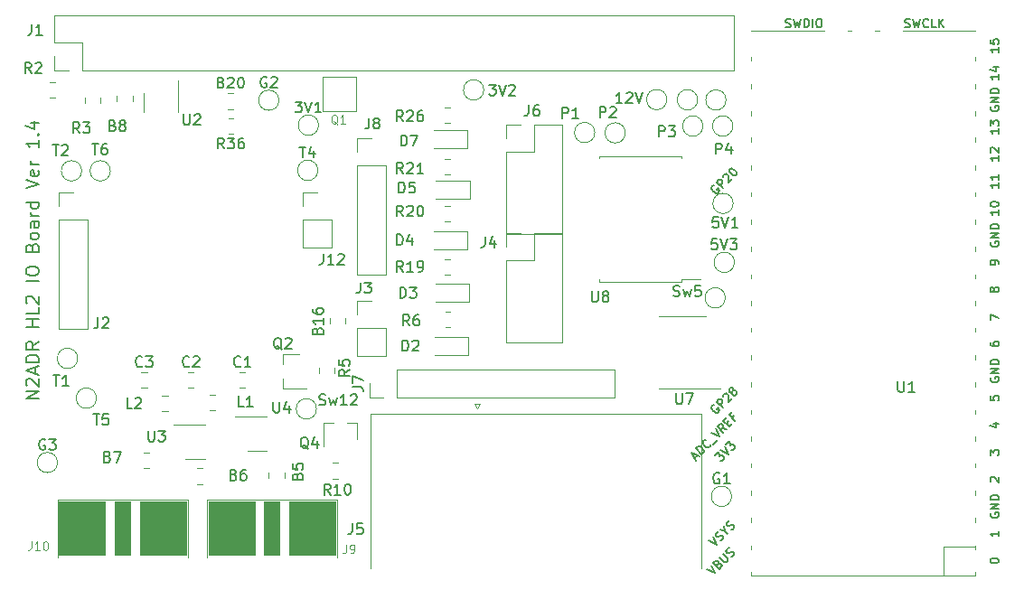
<source format=gbr>
%TF.GenerationSoftware,KiCad,Pcbnew,6.0.2+dfsg-1*%
%TF.CreationDate,2023-03-28T12:08:36-04:00*%
%TF.ProjectId,HL2IOBoard,484c3249-4f42-46f6-9172-642e6b696361,E*%
%TF.SameCoordinates,Original*%
%TF.FileFunction,Legend,Top*%
%TF.FilePolarity,Positive*%
%FSLAX46Y46*%
G04 Gerber Fmt 4.6, Leading zero omitted, Abs format (unit mm)*
G04 Created by KiCad (PCBNEW 6.0.2+dfsg-1) date 2023-03-28 12:08:36*
%MOMM*%
%LPD*%
G01*
G04 APERTURE LIST*
%ADD10C,0.150000*%
%ADD11C,0.100000*%
%ADD12C,0.120000*%
%ADD13R,1.600000X5.200000*%
%ADD14R,4.400000X5.200000*%
G04 APERTURE END LIST*
D10*
X104742857Y-118342857D02*
X103542857Y-118342857D01*
X104742857Y-117657142D01*
X103542857Y-117657142D01*
X103657142Y-117142857D02*
X103600000Y-117085714D01*
X103542857Y-116971428D01*
X103542857Y-116685714D01*
X103600000Y-116571428D01*
X103657142Y-116514285D01*
X103771428Y-116457142D01*
X103885714Y-116457142D01*
X104057142Y-116514285D01*
X104742857Y-117200000D01*
X104742857Y-116457142D01*
X104400000Y-116000000D02*
X104400000Y-115428571D01*
X104742857Y-116114285D02*
X103542857Y-115714285D01*
X104742857Y-115314285D01*
X104742857Y-114914285D02*
X103542857Y-114914285D01*
X103542857Y-114628571D01*
X103600000Y-114457142D01*
X103714285Y-114342857D01*
X103828571Y-114285714D01*
X104057142Y-114228571D01*
X104228571Y-114228571D01*
X104457142Y-114285714D01*
X104571428Y-114342857D01*
X104685714Y-114457142D01*
X104742857Y-114628571D01*
X104742857Y-114914285D01*
X104742857Y-113028571D02*
X104171428Y-113428571D01*
X104742857Y-113714285D02*
X103542857Y-113714285D01*
X103542857Y-113257142D01*
X103600000Y-113142857D01*
X103657142Y-113085714D01*
X103771428Y-113028571D01*
X103942857Y-113028571D01*
X104057142Y-113085714D01*
X104114285Y-113142857D01*
X104171428Y-113257142D01*
X104171428Y-113714285D01*
X104742857Y-111600000D02*
X103542857Y-111600000D01*
X104114285Y-111600000D02*
X104114285Y-110914285D01*
X104742857Y-110914285D02*
X103542857Y-110914285D01*
X104742857Y-109771428D02*
X104742857Y-110342857D01*
X103542857Y-110342857D01*
X103657142Y-109428571D02*
X103600000Y-109371428D01*
X103542857Y-109257142D01*
X103542857Y-108971428D01*
X103600000Y-108857142D01*
X103657142Y-108800000D01*
X103771428Y-108742857D01*
X103885714Y-108742857D01*
X104057142Y-108800000D01*
X104742857Y-109485714D01*
X104742857Y-108742857D01*
X104742857Y-107314285D02*
X103542857Y-107314285D01*
X103542857Y-106514285D02*
X103542857Y-106285714D01*
X103600000Y-106171428D01*
X103714285Y-106057142D01*
X103942857Y-106000000D01*
X104342857Y-106000000D01*
X104571428Y-106057142D01*
X104685714Y-106171428D01*
X104742857Y-106285714D01*
X104742857Y-106514285D01*
X104685714Y-106628571D01*
X104571428Y-106742857D01*
X104342857Y-106800000D01*
X103942857Y-106800000D01*
X103714285Y-106742857D01*
X103600000Y-106628571D01*
X103542857Y-106514285D01*
X104114285Y-104171428D02*
X104171428Y-104000000D01*
X104228571Y-103942857D01*
X104342857Y-103885714D01*
X104514285Y-103885714D01*
X104628571Y-103942857D01*
X104685714Y-104000000D01*
X104742857Y-104114285D01*
X104742857Y-104571428D01*
X103542857Y-104571428D01*
X103542857Y-104171428D01*
X103600000Y-104057142D01*
X103657142Y-104000000D01*
X103771428Y-103942857D01*
X103885714Y-103942857D01*
X104000000Y-104000000D01*
X104057142Y-104057142D01*
X104114285Y-104171428D01*
X104114285Y-104571428D01*
X104742857Y-103200000D02*
X104685714Y-103314285D01*
X104628571Y-103371428D01*
X104514285Y-103428571D01*
X104171428Y-103428571D01*
X104057142Y-103371428D01*
X104000000Y-103314285D01*
X103942857Y-103200000D01*
X103942857Y-103028571D01*
X104000000Y-102914285D01*
X104057142Y-102857142D01*
X104171428Y-102800000D01*
X104514285Y-102800000D01*
X104628571Y-102857142D01*
X104685714Y-102914285D01*
X104742857Y-103028571D01*
X104742857Y-103200000D01*
X104742857Y-101771428D02*
X104114285Y-101771428D01*
X104000000Y-101828571D01*
X103942857Y-101942857D01*
X103942857Y-102171428D01*
X104000000Y-102285714D01*
X104685714Y-101771428D02*
X104742857Y-101885714D01*
X104742857Y-102171428D01*
X104685714Y-102285714D01*
X104571428Y-102342857D01*
X104457142Y-102342857D01*
X104342857Y-102285714D01*
X104285714Y-102171428D01*
X104285714Y-101885714D01*
X104228571Y-101771428D01*
X104742857Y-101200000D02*
X103942857Y-101200000D01*
X104171428Y-101200000D02*
X104057142Y-101142857D01*
X104000000Y-101085714D01*
X103942857Y-100971428D01*
X103942857Y-100857142D01*
X104742857Y-99942857D02*
X103542857Y-99942857D01*
X104685714Y-99942857D02*
X104742857Y-100057142D01*
X104742857Y-100285714D01*
X104685714Y-100400000D01*
X104628571Y-100457142D01*
X104514285Y-100514285D01*
X104171428Y-100514285D01*
X104057142Y-100457142D01*
X104000000Y-100400000D01*
X103942857Y-100285714D01*
X103942857Y-100057142D01*
X104000000Y-99942857D01*
X103542857Y-98628571D02*
X104742857Y-98228571D01*
X103542857Y-97828571D01*
X104685714Y-96971428D02*
X104742857Y-97085714D01*
X104742857Y-97314285D01*
X104685714Y-97428571D01*
X104571428Y-97485714D01*
X104114285Y-97485714D01*
X104000000Y-97428571D01*
X103942857Y-97314285D01*
X103942857Y-97085714D01*
X104000000Y-96971428D01*
X104114285Y-96914285D01*
X104228571Y-96914285D01*
X104342857Y-97485714D01*
X104742857Y-96400000D02*
X103942857Y-96400000D01*
X104171428Y-96400000D02*
X104057142Y-96342857D01*
X104000000Y-96285714D01*
X103942857Y-96171428D01*
X103942857Y-96057142D01*
X104742857Y-94114285D02*
X104742857Y-94800000D01*
X104742857Y-94457142D02*
X103542857Y-94457142D01*
X103714285Y-94571428D01*
X103828571Y-94685714D01*
X103885714Y-94800000D01*
X104628571Y-93600000D02*
X104685714Y-93542857D01*
X104742857Y-93600000D01*
X104685714Y-93657142D01*
X104628571Y-93600000D01*
X104742857Y-93600000D01*
X103942857Y-92514285D02*
X104742857Y-92514285D01*
X103485714Y-92800000D02*
X104342857Y-93085714D01*
X104342857Y-92342857D01*
X159390952Y-90642380D02*
X158819523Y-90642380D01*
X159105238Y-90642380D02*
X159105238Y-89642380D01*
X159010000Y-89785238D01*
X158914761Y-89880476D01*
X158819523Y-89928095D01*
X159771904Y-89737619D02*
X159819523Y-89690000D01*
X159914761Y-89642380D01*
X160152857Y-89642380D01*
X160248095Y-89690000D01*
X160295714Y-89737619D01*
X160343333Y-89832857D01*
X160343333Y-89928095D01*
X160295714Y-90070952D01*
X159724285Y-90642380D01*
X160343333Y-90642380D01*
X160629047Y-89642380D02*
X160962380Y-90642380D01*
X161295714Y-89642380D01*
D11*
%TO.C,J9*%
X133533333Y-132011904D02*
X133533333Y-132583333D01*
X133495238Y-132697619D01*
X133419047Y-132773809D01*
X133304761Y-132811904D01*
X133228571Y-132811904D01*
X133952380Y-132811904D02*
X134104761Y-132811904D01*
X134180952Y-132773809D01*
X134219047Y-132735714D01*
X134295238Y-132621428D01*
X134333333Y-132469047D01*
X134333333Y-132164285D01*
X134295238Y-132088095D01*
X134257142Y-132050000D01*
X134180952Y-132011904D01*
X134028571Y-132011904D01*
X133952380Y-132050000D01*
X133914285Y-132088095D01*
X133876190Y-132164285D01*
X133876190Y-132354761D01*
X133914285Y-132430952D01*
X133952380Y-132469047D01*
X134028571Y-132507142D01*
X134180952Y-132507142D01*
X134257142Y-132469047D01*
X134295238Y-132430952D01*
X134333333Y-132354761D01*
%TO.C,J10*%
X104027380Y-131736904D02*
X104027380Y-132308333D01*
X103989285Y-132422619D01*
X103913095Y-132498809D01*
X103798809Y-132536904D01*
X103722619Y-132536904D01*
X104827380Y-132536904D02*
X104370238Y-132536904D01*
X104598809Y-132536904D02*
X104598809Y-131736904D01*
X104522619Y-131851190D01*
X104446428Y-131927380D01*
X104370238Y-131965476D01*
X105322619Y-131736904D02*
X105398809Y-131736904D01*
X105475000Y-131775000D01*
X105513095Y-131813095D01*
X105551190Y-131889285D01*
X105589285Y-132041666D01*
X105589285Y-132232142D01*
X105551190Y-132384523D01*
X105513095Y-132460714D01*
X105475000Y-132498809D01*
X105398809Y-132536904D01*
X105322619Y-132536904D01*
X105246428Y-132498809D01*
X105208333Y-132460714D01*
X105170238Y-132384523D01*
X105132142Y-132232142D01*
X105132142Y-132041666D01*
X105170238Y-131889285D01*
X105208333Y-131813095D01*
X105246428Y-131775000D01*
X105322619Y-131736904D01*
D10*
%TO.C,C1*%
X123633333Y-115277142D02*
X123585714Y-115324761D01*
X123442857Y-115372380D01*
X123347619Y-115372380D01*
X123204761Y-115324761D01*
X123109523Y-115229523D01*
X123061904Y-115134285D01*
X123014285Y-114943809D01*
X123014285Y-114800952D01*
X123061904Y-114610476D01*
X123109523Y-114515238D01*
X123204761Y-114420000D01*
X123347619Y-114372380D01*
X123442857Y-114372380D01*
X123585714Y-114420000D01*
X123633333Y-114467619D01*
X124585714Y-115372380D02*
X124014285Y-115372380D01*
X124300000Y-115372380D02*
X124300000Y-114372380D01*
X124204761Y-114515238D01*
X124109523Y-114610476D01*
X124014285Y-114658095D01*
%TO.C,C2*%
X118833333Y-115277142D02*
X118785714Y-115324761D01*
X118642857Y-115372380D01*
X118547619Y-115372380D01*
X118404761Y-115324761D01*
X118309523Y-115229523D01*
X118261904Y-115134285D01*
X118214285Y-114943809D01*
X118214285Y-114800952D01*
X118261904Y-114610476D01*
X118309523Y-114515238D01*
X118404761Y-114420000D01*
X118547619Y-114372380D01*
X118642857Y-114372380D01*
X118785714Y-114420000D01*
X118833333Y-114467619D01*
X119214285Y-114467619D02*
X119261904Y-114420000D01*
X119357142Y-114372380D01*
X119595238Y-114372380D01*
X119690476Y-114420000D01*
X119738095Y-114467619D01*
X119785714Y-114562857D01*
X119785714Y-114658095D01*
X119738095Y-114800952D01*
X119166666Y-115372380D01*
X119785714Y-115372380D01*
%TO.C,C3*%
X114433333Y-115277142D02*
X114385714Y-115324761D01*
X114242857Y-115372380D01*
X114147619Y-115372380D01*
X114004761Y-115324761D01*
X113909523Y-115229523D01*
X113861904Y-115134285D01*
X113814285Y-114943809D01*
X113814285Y-114800952D01*
X113861904Y-114610476D01*
X113909523Y-114515238D01*
X114004761Y-114420000D01*
X114147619Y-114372380D01*
X114242857Y-114372380D01*
X114385714Y-114420000D01*
X114433333Y-114467619D01*
X114766666Y-114372380D02*
X115385714Y-114372380D01*
X115052380Y-114753333D01*
X115195238Y-114753333D01*
X115290476Y-114800952D01*
X115338095Y-114848571D01*
X115385714Y-114943809D01*
X115385714Y-115181904D01*
X115338095Y-115277142D01*
X115290476Y-115324761D01*
X115195238Y-115372380D01*
X114909523Y-115372380D01*
X114814285Y-115324761D01*
X114766666Y-115277142D01*
D11*
%TO.C,Q1*%
X132723809Y-92638095D02*
X132647619Y-92600000D01*
X132571428Y-92523809D01*
X132457142Y-92409523D01*
X132380952Y-92371428D01*
X132304761Y-92371428D01*
X132342857Y-92561904D02*
X132266666Y-92523809D01*
X132190476Y-92447619D01*
X132152380Y-92295238D01*
X132152380Y-92028571D01*
X132190476Y-91876190D01*
X132266666Y-91800000D01*
X132342857Y-91761904D01*
X132495238Y-91761904D01*
X132571428Y-91800000D01*
X132647619Y-91876190D01*
X132685714Y-92028571D01*
X132685714Y-92295238D01*
X132647619Y-92447619D01*
X132571428Y-92523809D01*
X132495238Y-92561904D01*
X132342857Y-92561904D01*
X133447619Y-92561904D02*
X132990476Y-92561904D01*
X133219047Y-92561904D02*
X133219047Y-91761904D01*
X133142857Y-91876190D01*
X133066666Y-91952380D01*
X132990476Y-91990476D01*
D10*
%TO.C,R2*%
X104033333Y-87852380D02*
X103700000Y-87376190D01*
X103461904Y-87852380D02*
X103461904Y-86852380D01*
X103842857Y-86852380D01*
X103938095Y-86900000D01*
X103985714Y-86947619D01*
X104033333Y-87042857D01*
X104033333Y-87185714D01*
X103985714Y-87280952D01*
X103938095Y-87328571D01*
X103842857Y-87376190D01*
X103461904Y-87376190D01*
X104414285Y-86947619D02*
X104461904Y-86900000D01*
X104557142Y-86852380D01*
X104795238Y-86852380D01*
X104890476Y-86900000D01*
X104938095Y-86947619D01*
X104985714Y-87042857D01*
X104985714Y-87138095D01*
X104938095Y-87280952D01*
X104366666Y-87852380D01*
X104985714Y-87852380D01*
%TO.C,R3*%
X108553333Y-93452380D02*
X108220000Y-92976190D01*
X107981904Y-93452380D02*
X107981904Y-92452380D01*
X108362857Y-92452380D01*
X108458095Y-92500000D01*
X108505714Y-92547619D01*
X108553333Y-92642857D01*
X108553333Y-92785714D01*
X108505714Y-92880952D01*
X108458095Y-92928571D01*
X108362857Y-92976190D01*
X107981904Y-92976190D01*
X108886666Y-92452380D02*
X109505714Y-92452380D01*
X109172380Y-92833333D01*
X109315238Y-92833333D01*
X109410476Y-92880952D01*
X109458095Y-92928571D01*
X109505714Y-93023809D01*
X109505714Y-93261904D01*
X109458095Y-93357142D01*
X109410476Y-93404761D01*
X109315238Y-93452380D01*
X109029523Y-93452380D01*
X108934285Y-93404761D01*
X108886666Y-93357142D01*
%TO.C,U2*%
X118308095Y-91692380D02*
X118308095Y-92501904D01*
X118355714Y-92597142D01*
X118403333Y-92644761D01*
X118498571Y-92692380D01*
X118689047Y-92692380D01*
X118784285Y-92644761D01*
X118831904Y-92597142D01*
X118879523Y-92501904D01*
X118879523Y-91692380D01*
X119308095Y-91787619D02*
X119355714Y-91740000D01*
X119450952Y-91692380D01*
X119689047Y-91692380D01*
X119784285Y-91740000D01*
X119831904Y-91787619D01*
X119879523Y-91882857D01*
X119879523Y-91978095D01*
X119831904Y-92120952D01*
X119260476Y-92692380D01*
X119879523Y-92692380D01*
%TO.C,U3*%
X114988095Y-121352380D02*
X114988095Y-122161904D01*
X115035714Y-122257142D01*
X115083333Y-122304761D01*
X115178571Y-122352380D01*
X115369047Y-122352380D01*
X115464285Y-122304761D01*
X115511904Y-122257142D01*
X115559523Y-122161904D01*
X115559523Y-121352380D01*
X115940476Y-121352380D02*
X116559523Y-121352380D01*
X116226190Y-121733333D01*
X116369047Y-121733333D01*
X116464285Y-121780952D01*
X116511904Y-121828571D01*
X116559523Y-121923809D01*
X116559523Y-122161904D01*
X116511904Y-122257142D01*
X116464285Y-122304761D01*
X116369047Y-122352380D01*
X116083333Y-122352380D01*
X115988095Y-122304761D01*
X115940476Y-122257142D01*
%TO.C,Q2*%
X127504761Y-113747619D02*
X127409523Y-113700000D01*
X127314285Y-113604761D01*
X127171428Y-113461904D01*
X127076190Y-113414285D01*
X126980952Y-113414285D01*
X127028571Y-113652380D02*
X126933333Y-113604761D01*
X126838095Y-113509523D01*
X126790476Y-113319047D01*
X126790476Y-112985714D01*
X126838095Y-112795238D01*
X126933333Y-112700000D01*
X127028571Y-112652380D01*
X127219047Y-112652380D01*
X127314285Y-112700000D01*
X127409523Y-112795238D01*
X127457142Y-112985714D01*
X127457142Y-113319047D01*
X127409523Y-113509523D01*
X127314285Y-113604761D01*
X127219047Y-113652380D01*
X127028571Y-113652380D01*
X127838095Y-112747619D02*
X127885714Y-112700000D01*
X127980952Y-112652380D01*
X128219047Y-112652380D01*
X128314285Y-112700000D01*
X128361904Y-112747619D01*
X128409523Y-112842857D01*
X128409523Y-112938095D01*
X128361904Y-113080952D01*
X127790476Y-113652380D01*
X128409523Y-113652380D01*
%TO.C,R5*%
X133842380Y-115626666D02*
X133366190Y-115960000D01*
X133842380Y-116198095D02*
X132842380Y-116198095D01*
X132842380Y-115817142D01*
X132890000Y-115721904D01*
X132937619Y-115674285D01*
X133032857Y-115626666D01*
X133175714Y-115626666D01*
X133270952Y-115674285D01*
X133318571Y-115721904D01*
X133366190Y-115817142D01*
X133366190Y-116198095D01*
X132842380Y-114721904D02*
X132842380Y-115198095D01*
X133318571Y-115245714D01*
X133270952Y-115198095D01*
X133223333Y-115102857D01*
X133223333Y-114864761D01*
X133270952Y-114769523D01*
X133318571Y-114721904D01*
X133413809Y-114674285D01*
X133651904Y-114674285D01*
X133747142Y-114721904D01*
X133794761Y-114769523D01*
X133842380Y-114864761D01*
X133842380Y-115102857D01*
X133794761Y-115198095D01*
X133747142Y-115245714D01*
%TO.C,U7*%
X164438095Y-117852380D02*
X164438095Y-118661904D01*
X164485714Y-118757142D01*
X164533333Y-118804761D01*
X164628571Y-118852380D01*
X164819047Y-118852380D01*
X164914285Y-118804761D01*
X164961904Y-118757142D01*
X165009523Y-118661904D01*
X165009523Y-117852380D01*
X165390476Y-117852380D02*
X166057142Y-117852380D01*
X165628571Y-118852380D01*
%TO.C,B5*%
X128978571Y-125604761D02*
X129026190Y-125461904D01*
X129073809Y-125414285D01*
X129169047Y-125366666D01*
X129311904Y-125366666D01*
X129407142Y-125414285D01*
X129454761Y-125461904D01*
X129502380Y-125557142D01*
X129502380Y-125938095D01*
X128502380Y-125938095D01*
X128502380Y-125604761D01*
X128550000Y-125509523D01*
X128597619Y-125461904D01*
X128692857Y-125414285D01*
X128788095Y-125414285D01*
X128883333Y-125461904D01*
X128930952Y-125509523D01*
X128978571Y-125604761D01*
X128978571Y-125938095D01*
X128502380Y-124461904D02*
X128502380Y-124938095D01*
X128978571Y-124985714D01*
X128930952Y-124938095D01*
X128883333Y-124842857D01*
X128883333Y-124604761D01*
X128930952Y-124509523D01*
X128978571Y-124461904D01*
X129073809Y-124414285D01*
X129311904Y-124414285D01*
X129407142Y-124461904D01*
X129454761Y-124509523D01*
X129502380Y-124604761D01*
X129502380Y-124842857D01*
X129454761Y-124938095D01*
X129407142Y-124985714D01*
%TO.C,B7*%
X111195238Y-123778571D02*
X111338095Y-123826190D01*
X111385714Y-123873809D01*
X111433333Y-123969047D01*
X111433333Y-124111904D01*
X111385714Y-124207142D01*
X111338095Y-124254761D01*
X111242857Y-124302380D01*
X110861904Y-124302380D01*
X110861904Y-123302380D01*
X111195238Y-123302380D01*
X111290476Y-123350000D01*
X111338095Y-123397619D01*
X111385714Y-123492857D01*
X111385714Y-123588095D01*
X111338095Y-123683333D01*
X111290476Y-123730952D01*
X111195238Y-123778571D01*
X110861904Y-123778571D01*
X111766666Y-123302380D02*
X112433333Y-123302380D01*
X112004761Y-124302380D01*
%TO.C,B6*%
X122995238Y-125478571D02*
X123138095Y-125526190D01*
X123185714Y-125573809D01*
X123233333Y-125669047D01*
X123233333Y-125811904D01*
X123185714Y-125907142D01*
X123138095Y-125954761D01*
X123042857Y-126002380D01*
X122661904Y-126002380D01*
X122661904Y-125002380D01*
X122995238Y-125002380D01*
X123090476Y-125050000D01*
X123138095Y-125097619D01*
X123185714Y-125192857D01*
X123185714Y-125288095D01*
X123138095Y-125383333D01*
X123090476Y-125430952D01*
X122995238Y-125478571D01*
X122661904Y-125478571D01*
X124090476Y-125002380D02*
X123900000Y-125002380D01*
X123804761Y-125050000D01*
X123757142Y-125097619D01*
X123661904Y-125240476D01*
X123614285Y-125430952D01*
X123614285Y-125811904D01*
X123661904Y-125907142D01*
X123709523Y-125954761D01*
X123804761Y-126002380D01*
X123995238Y-126002380D01*
X124090476Y-125954761D01*
X124138095Y-125907142D01*
X124185714Y-125811904D01*
X124185714Y-125573809D01*
X124138095Y-125478571D01*
X124090476Y-125430952D01*
X123995238Y-125383333D01*
X123804761Y-125383333D01*
X123709523Y-125430952D01*
X123661904Y-125478571D01*
X123614285Y-125573809D01*
%TO.C,B8*%
X111665238Y-92758571D02*
X111808095Y-92806190D01*
X111855714Y-92853809D01*
X111903333Y-92949047D01*
X111903333Y-93091904D01*
X111855714Y-93187142D01*
X111808095Y-93234761D01*
X111712857Y-93282380D01*
X111331904Y-93282380D01*
X111331904Y-92282380D01*
X111665238Y-92282380D01*
X111760476Y-92330000D01*
X111808095Y-92377619D01*
X111855714Y-92472857D01*
X111855714Y-92568095D01*
X111808095Y-92663333D01*
X111760476Y-92710952D01*
X111665238Y-92758571D01*
X111331904Y-92758571D01*
X112474761Y-92710952D02*
X112379523Y-92663333D01*
X112331904Y-92615714D01*
X112284285Y-92520476D01*
X112284285Y-92472857D01*
X112331904Y-92377619D01*
X112379523Y-92330000D01*
X112474761Y-92282380D01*
X112665238Y-92282380D01*
X112760476Y-92330000D01*
X112808095Y-92377619D01*
X112855714Y-92472857D01*
X112855714Y-92520476D01*
X112808095Y-92615714D01*
X112760476Y-92663333D01*
X112665238Y-92710952D01*
X112474761Y-92710952D01*
X112379523Y-92758571D01*
X112331904Y-92806190D01*
X112284285Y-92901428D01*
X112284285Y-93091904D01*
X112331904Y-93187142D01*
X112379523Y-93234761D01*
X112474761Y-93282380D01*
X112665238Y-93282380D01*
X112760476Y-93234761D01*
X112808095Y-93187142D01*
X112855714Y-93091904D01*
X112855714Y-92901428D01*
X112808095Y-92806190D01*
X112760476Y-92758571D01*
X112665238Y-92710952D01*
%TO.C,U4*%
X126708095Y-118642380D02*
X126708095Y-119451904D01*
X126755714Y-119547142D01*
X126803333Y-119594761D01*
X126898571Y-119642380D01*
X127089047Y-119642380D01*
X127184285Y-119594761D01*
X127231904Y-119547142D01*
X127279523Y-119451904D01*
X127279523Y-118642380D01*
X128184285Y-118975714D02*
X128184285Y-119642380D01*
X127946190Y-118594761D02*
X127708095Y-119309047D01*
X128327142Y-119309047D01*
%TO.C,J5*%
X134106666Y-130042380D02*
X134106666Y-130756666D01*
X134059047Y-130899523D01*
X133963809Y-130994761D01*
X133820952Y-131042380D01*
X133725714Y-131042380D01*
X135059047Y-130042380D02*
X134582857Y-130042380D01*
X134535238Y-130518571D01*
X134582857Y-130470952D01*
X134678095Y-130423333D01*
X134916190Y-130423333D01*
X135011428Y-130470952D01*
X135059047Y-130518571D01*
X135106666Y-130613809D01*
X135106666Y-130851904D01*
X135059047Y-130947142D01*
X135011428Y-130994761D01*
X134916190Y-131042380D01*
X134678095Y-131042380D01*
X134582857Y-130994761D01*
X134535238Y-130947142D01*
%TO.C,Q4*%
X130004761Y-123047619D02*
X129909523Y-123000000D01*
X129814285Y-122904761D01*
X129671428Y-122761904D01*
X129576190Y-122714285D01*
X129480952Y-122714285D01*
X129528571Y-122952380D02*
X129433333Y-122904761D01*
X129338095Y-122809523D01*
X129290476Y-122619047D01*
X129290476Y-122285714D01*
X129338095Y-122095238D01*
X129433333Y-122000000D01*
X129528571Y-121952380D01*
X129719047Y-121952380D01*
X129814285Y-122000000D01*
X129909523Y-122095238D01*
X129957142Y-122285714D01*
X129957142Y-122619047D01*
X129909523Y-122809523D01*
X129814285Y-122904761D01*
X129719047Y-122952380D01*
X129528571Y-122952380D01*
X130814285Y-122285714D02*
X130814285Y-122952380D01*
X130576190Y-121904761D02*
X130338095Y-122619047D01*
X130957142Y-122619047D01*
%TO.C,R6*%
X139453333Y-111492380D02*
X139120000Y-111016190D01*
X138881904Y-111492380D02*
X138881904Y-110492380D01*
X139262857Y-110492380D01*
X139358095Y-110540000D01*
X139405714Y-110587619D01*
X139453333Y-110682857D01*
X139453333Y-110825714D01*
X139405714Y-110920952D01*
X139358095Y-110968571D01*
X139262857Y-111016190D01*
X138881904Y-111016190D01*
X140310476Y-110492380D02*
X140120000Y-110492380D01*
X140024761Y-110540000D01*
X139977142Y-110587619D01*
X139881904Y-110730476D01*
X139834285Y-110920952D01*
X139834285Y-111301904D01*
X139881904Y-111397142D01*
X139929523Y-111444761D01*
X140024761Y-111492380D01*
X140215238Y-111492380D01*
X140310476Y-111444761D01*
X140358095Y-111397142D01*
X140405714Y-111301904D01*
X140405714Y-111063809D01*
X140358095Y-110968571D01*
X140310476Y-110920952D01*
X140215238Y-110873333D01*
X140024761Y-110873333D01*
X139929523Y-110920952D01*
X139881904Y-110968571D01*
X139834285Y-111063809D01*
%TO.C,R10*%
X132057142Y-127352380D02*
X131723809Y-126876190D01*
X131485714Y-127352380D02*
X131485714Y-126352380D01*
X131866666Y-126352380D01*
X131961904Y-126400000D01*
X132009523Y-126447619D01*
X132057142Y-126542857D01*
X132057142Y-126685714D01*
X132009523Y-126780952D01*
X131961904Y-126828571D01*
X131866666Y-126876190D01*
X131485714Y-126876190D01*
X133009523Y-127352380D02*
X132438095Y-127352380D01*
X132723809Y-127352380D02*
X132723809Y-126352380D01*
X132628571Y-126495238D01*
X132533333Y-126590476D01*
X132438095Y-126638095D01*
X133628571Y-126352380D02*
X133723809Y-126352380D01*
X133819047Y-126400000D01*
X133866666Y-126447619D01*
X133914285Y-126542857D01*
X133961904Y-126733333D01*
X133961904Y-126971428D01*
X133914285Y-127161904D01*
X133866666Y-127257142D01*
X133819047Y-127304761D01*
X133723809Y-127352380D01*
X133628571Y-127352380D01*
X133533333Y-127304761D01*
X133485714Y-127257142D01*
X133438095Y-127161904D01*
X133390476Y-126971428D01*
X133390476Y-126733333D01*
X133438095Y-126542857D01*
X133485714Y-126447619D01*
X133533333Y-126400000D01*
X133628571Y-126352380D01*
%TO.C,J4*%
X146546666Y-103152380D02*
X146546666Y-103866666D01*
X146499047Y-104009523D01*
X146403809Y-104104761D01*
X146260952Y-104152380D01*
X146165714Y-104152380D01*
X147451428Y-103485714D02*
X147451428Y-104152380D01*
X147213333Y-103104761D02*
X146975238Y-103819047D01*
X147594285Y-103819047D01*
%TO.C,J6*%
X150626666Y-90832380D02*
X150626666Y-91546666D01*
X150579047Y-91689523D01*
X150483809Y-91784761D01*
X150340952Y-91832380D01*
X150245714Y-91832380D01*
X151531428Y-90832380D02*
X151340952Y-90832380D01*
X151245714Y-90880000D01*
X151198095Y-90927619D01*
X151102857Y-91070476D01*
X151055238Y-91260952D01*
X151055238Y-91641904D01*
X151102857Y-91737142D01*
X151150476Y-91784761D01*
X151245714Y-91832380D01*
X151436190Y-91832380D01*
X151531428Y-91784761D01*
X151579047Y-91737142D01*
X151626666Y-91641904D01*
X151626666Y-91403809D01*
X151579047Y-91308571D01*
X151531428Y-91260952D01*
X151436190Y-91213333D01*
X151245714Y-91213333D01*
X151150476Y-91260952D01*
X151102857Y-91308571D01*
X151055238Y-91403809D01*
%TO.C,R20*%
X138857142Y-101252380D02*
X138523809Y-100776190D01*
X138285714Y-101252380D02*
X138285714Y-100252380D01*
X138666666Y-100252380D01*
X138761904Y-100300000D01*
X138809523Y-100347619D01*
X138857142Y-100442857D01*
X138857142Y-100585714D01*
X138809523Y-100680952D01*
X138761904Y-100728571D01*
X138666666Y-100776190D01*
X138285714Y-100776190D01*
X139238095Y-100347619D02*
X139285714Y-100300000D01*
X139380952Y-100252380D01*
X139619047Y-100252380D01*
X139714285Y-100300000D01*
X139761904Y-100347619D01*
X139809523Y-100442857D01*
X139809523Y-100538095D01*
X139761904Y-100680952D01*
X139190476Y-101252380D01*
X139809523Y-101252380D01*
X140428571Y-100252380D02*
X140523809Y-100252380D01*
X140619047Y-100300000D01*
X140666666Y-100347619D01*
X140714285Y-100442857D01*
X140761904Y-100633333D01*
X140761904Y-100871428D01*
X140714285Y-101061904D01*
X140666666Y-101157142D01*
X140619047Y-101204761D01*
X140523809Y-101252380D01*
X140428571Y-101252380D01*
X140333333Y-101204761D01*
X140285714Y-101157142D01*
X140238095Y-101061904D01*
X140190476Y-100871428D01*
X140190476Y-100633333D01*
X140238095Y-100442857D01*
X140285714Y-100347619D01*
X140333333Y-100300000D01*
X140428571Y-100252380D01*
%TO.C,R21*%
X138857142Y-97252380D02*
X138523809Y-96776190D01*
X138285714Y-97252380D02*
X138285714Y-96252380D01*
X138666666Y-96252380D01*
X138761904Y-96300000D01*
X138809523Y-96347619D01*
X138857142Y-96442857D01*
X138857142Y-96585714D01*
X138809523Y-96680952D01*
X138761904Y-96728571D01*
X138666666Y-96776190D01*
X138285714Y-96776190D01*
X139238095Y-96347619D02*
X139285714Y-96300000D01*
X139380952Y-96252380D01*
X139619047Y-96252380D01*
X139714285Y-96300000D01*
X139761904Y-96347619D01*
X139809523Y-96442857D01*
X139809523Y-96538095D01*
X139761904Y-96680952D01*
X139190476Y-97252380D01*
X139809523Y-97252380D01*
X140761904Y-97252380D02*
X140190476Y-97252380D01*
X140476190Y-97252380D02*
X140476190Y-96252380D01*
X140380952Y-96395238D01*
X140285714Y-96490476D01*
X140190476Y-96538095D01*
%TO.C,R19*%
X138857142Y-106452380D02*
X138523809Y-105976190D01*
X138285714Y-106452380D02*
X138285714Y-105452380D01*
X138666666Y-105452380D01*
X138761904Y-105500000D01*
X138809523Y-105547619D01*
X138857142Y-105642857D01*
X138857142Y-105785714D01*
X138809523Y-105880952D01*
X138761904Y-105928571D01*
X138666666Y-105976190D01*
X138285714Y-105976190D01*
X139809523Y-106452380D02*
X139238095Y-106452380D01*
X139523809Y-106452380D02*
X139523809Y-105452380D01*
X139428571Y-105595238D01*
X139333333Y-105690476D01*
X139238095Y-105738095D01*
X140285714Y-106452380D02*
X140476190Y-106452380D01*
X140571428Y-106404761D01*
X140619047Y-106357142D01*
X140714285Y-106214285D01*
X140761904Y-106023809D01*
X140761904Y-105642857D01*
X140714285Y-105547619D01*
X140666666Y-105500000D01*
X140571428Y-105452380D01*
X140380952Y-105452380D01*
X140285714Y-105500000D01*
X140238095Y-105547619D01*
X140190476Y-105642857D01*
X140190476Y-105880952D01*
X140238095Y-105976190D01*
X140285714Y-106023809D01*
X140380952Y-106071428D01*
X140571428Y-106071428D01*
X140666666Y-106023809D01*
X140714285Y-105976190D01*
X140761904Y-105880952D01*
%TO.C,R26*%
X138857142Y-92352380D02*
X138523809Y-91876190D01*
X138285714Y-92352380D02*
X138285714Y-91352380D01*
X138666666Y-91352380D01*
X138761904Y-91400000D01*
X138809523Y-91447619D01*
X138857142Y-91542857D01*
X138857142Y-91685714D01*
X138809523Y-91780952D01*
X138761904Y-91828571D01*
X138666666Y-91876190D01*
X138285714Y-91876190D01*
X139238095Y-91447619D02*
X139285714Y-91400000D01*
X139380952Y-91352380D01*
X139619047Y-91352380D01*
X139714285Y-91400000D01*
X139761904Y-91447619D01*
X139809523Y-91542857D01*
X139809523Y-91638095D01*
X139761904Y-91780952D01*
X139190476Y-92352380D01*
X139809523Y-92352380D01*
X140666666Y-91352380D02*
X140476190Y-91352380D01*
X140380952Y-91400000D01*
X140333333Y-91447619D01*
X140238095Y-91590476D01*
X140190476Y-91780952D01*
X140190476Y-92161904D01*
X140238095Y-92257142D01*
X140285714Y-92304761D01*
X140380952Y-92352380D01*
X140571428Y-92352380D01*
X140666666Y-92304761D01*
X140714285Y-92257142D01*
X140761904Y-92161904D01*
X140761904Y-91923809D01*
X140714285Y-91828571D01*
X140666666Y-91780952D01*
X140571428Y-91733333D01*
X140380952Y-91733333D01*
X140285714Y-91780952D01*
X140238095Y-91828571D01*
X140190476Y-91923809D01*
%TO.C,J8*%
X135666666Y-92052380D02*
X135666666Y-92766666D01*
X135619047Y-92909523D01*
X135523809Y-93004761D01*
X135380952Y-93052380D01*
X135285714Y-93052380D01*
X136285714Y-92480952D02*
X136190476Y-92433333D01*
X136142857Y-92385714D01*
X136095238Y-92290476D01*
X136095238Y-92242857D01*
X136142857Y-92147619D01*
X136190476Y-92100000D01*
X136285714Y-92052380D01*
X136476190Y-92052380D01*
X136571428Y-92100000D01*
X136619047Y-92147619D01*
X136666666Y-92242857D01*
X136666666Y-92290476D01*
X136619047Y-92385714D01*
X136571428Y-92433333D01*
X136476190Y-92480952D01*
X136285714Y-92480952D01*
X136190476Y-92528571D01*
X136142857Y-92576190D01*
X136095238Y-92671428D01*
X136095238Y-92861904D01*
X136142857Y-92957142D01*
X136190476Y-93004761D01*
X136285714Y-93052380D01*
X136476190Y-93052380D01*
X136571428Y-93004761D01*
X136619047Y-92957142D01*
X136666666Y-92861904D01*
X136666666Y-92671428D01*
X136619047Y-92576190D01*
X136571428Y-92528571D01*
X136476190Y-92480952D01*
%TO.C,J12*%
X131380476Y-104782380D02*
X131380476Y-105496666D01*
X131332857Y-105639523D01*
X131237619Y-105734761D01*
X131094761Y-105782380D01*
X130999523Y-105782380D01*
X132380476Y-105782380D02*
X131809047Y-105782380D01*
X132094761Y-105782380D02*
X132094761Y-104782380D01*
X131999523Y-104925238D01*
X131904285Y-105020476D01*
X131809047Y-105068095D01*
X132761428Y-104877619D02*
X132809047Y-104830000D01*
X132904285Y-104782380D01*
X133142380Y-104782380D01*
X133237619Y-104830000D01*
X133285238Y-104877619D01*
X133332857Y-104972857D01*
X133332857Y-105068095D01*
X133285238Y-105210952D01*
X132713809Y-105782380D01*
X133332857Y-105782380D01*
%TO.C,U1*%
X185218095Y-116712380D02*
X185218095Y-117521904D01*
X185265714Y-117617142D01*
X185313333Y-117664761D01*
X185408571Y-117712380D01*
X185599047Y-117712380D01*
X185694285Y-117664761D01*
X185741904Y-117617142D01*
X185789523Y-117521904D01*
X185789523Y-116712380D01*
X186789523Y-117712380D02*
X186218095Y-117712380D01*
X186503809Y-117712380D02*
X186503809Y-116712380D01*
X186408571Y-116855238D01*
X186313333Y-116950476D01*
X186218095Y-116998095D01*
X194661904Y-130771428D02*
X194661904Y-131228571D01*
X194661904Y-131000000D02*
X193861904Y-131000000D01*
X193976190Y-131076190D01*
X194052380Y-131152380D01*
X194090476Y-131228571D01*
X193861904Y-110966666D02*
X193861904Y-110433333D01*
X194661904Y-110776190D01*
X185890476Y-83523809D02*
X186004761Y-83561904D01*
X186195238Y-83561904D01*
X186271428Y-83523809D01*
X186309523Y-83485714D01*
X186347619Y-83409523D01*
X186347619Y-83333333D01*
X186309523Y-83257142D01*
X186271428Y-83219047D01*
X186195238Y-83180952D01*
X186042857Y-83142857D01*
X185966666Y-83104761D01*
X185928571Y-83066666D01*
X185890476Y-82990476D01*
X185890476Y-82914285D01*
X185928571Y-82838095D01*
X185966666Y-82800000D01*
X186042857Y-82761904D01*
X186233333Y-82761904D01*
X186347619Y-82800000D01*
X186614285Y-82761904D02*
X186804761Y-83561904D01*
X186957142Y-82990476D01*
X187109523Y-83561904D01*
X187300000Y-82761904D01*
X188061904Y-83485714D02*
X188023809Y-83523809D01*
X187909523Y-83561904D01*
X187833333Y-83561904D01*
X187719047Y-83523809D01*
X187642857Y-83447619D01*
X187604761Y-83371428D01*
X187566666Y-83219047D01*
X187566666Y-83104761D01*
X187604761Y-82952380D01*
X187642857Y-82876190D01*
X187719047Y-82800000D01*
X187833333Y-82761904D01*
X187909523Y-82761904D01*
X188023809Y-82800000D01*
X188061904Y-82838095D01*
X188785714Y-83561904D02*
X188404761Y-83561904D01*
X188404761Y-82761904D01*
X189052380Y-83561904D02*
X189052380Y-82761904D01*
X189509523Y-83561904D02*
X189166666Y-83104761D01*
X189509523Y-82761904D02*
X189052380Y-83219047D01*
X167353129Y-134327309D02*
X168107377Y-134704433D01*
X167730253Y-133950186D01*
X168376751Y-133842436D02*
X168484500Y-133788561D01*
X168538375Y-133788561D01*
X168619187Y-133815499D01*
X168700000Y-133896311D01*
X168726937Y-133977123D01*
X168726937Y-134030998D01*
X168700000Y-134111810D01*
X168484500Y-134327309D01*
X167918815Y-133761624D01*
X168107377Y-133573062D01*
X168188189Y-133546125D01*
X168242064Y-133546125D01*
X168322876Y-133573062D01*
X168376751Y-133626937D01*
X168403688Y-133707749D01*
X168403688Y-133761624D01*
X168376751Y-133842436D01*
X168188189Y-134030998D01*
X168484500Y-133195938D02*
X168942436Y-133653874D01*
X169023248Y-133680812D01*
X169077123Y-133680812D01*
X169157935Y-133653874D01*
X169265685Y-133546125D01*
X169292622Y-133465312D01*
X169292622Y-133411438D01*
X169265685Y-133330625D01*
X168807749Y-132872690D01*
X169588934Y-133169001D02*
X169696683Y-133115126D01*
X169831370Y-132980439D01*
X169858308Y-132899627D01*
X169858308Y-132845752D01*
X169831370Y-132764940D01*
X169777496Y-132711065D01*
X169696683Y-132684128D01*
X169642809Y-132684128D01*
X169561996Y-132711065D01*
X169427309Y-132791877D01*
X169346497Y-132818815D01*
X169292622Y-132818815D01*
X169211810Y-132791877D01*
X169157935Y-132738003D01*
X169130998Y-132657190D01*
X169130998Y-132603316D01*
X169157935Y-132522503D01*
X169292622Y-132387816D01*
X169400372Y-132333942D01*
X194661904Y-85422380D02*
X194661904Y-85879523D01*
X194661904Y-85650952D02*
X193861904Y-85650952D01*
X193976190Y-85727142D01*
X194052380Y-85803333D01*
X194090476Y-85879523D01*
X193861904Y-84698571D02*
X193861904Y-85079523D01*
X194242857Y-85117619D01*
X194204761Y-85079523D01*
X194166666Y-85003333D01*
X194166666Y-84812857D01*
X194204761Y-84736666D01*
X194242857Y-84698571D01*
X194319047Y-84660476D01*
X194509523Y-84660476D01*
X194585714Y-84698571D01*
X194623809Y-84736666D01*
X194661904Y-84812857D01*
X194661904Y-85003333D01*
X194623809Y-85079523D01*
X194585714Y-85117619D01*
X193938095Y-126138571D02*
X193900000Y-126100476D01*
X193861904Y-126024285D01*
X193861904Y-125833809D01*
X193900000Y-125757619D01*
X193938095Y-125719523D01*
X194014285Y-125681428D01*
X194090476Y-125681428D01*
X194204761Y-125719523D01*
X194661904Y-126176666D01*
X194661904Y-125681428D01*
X193861904Y-118099523D02*
X193861904Y-118480476D01*
X194242857Y-118518571D01*
X194204761Y-118480476D01*
X194166666Y-118404285D01*
X194166666Y-118213809D01*
X194204761Y-118137619D01*
X194242857Y-118099523D01*
X194319047Y-118061428D01*
X194509523Y-118061428D01*
X194585714Y-118099523D01*
X194623809Y-118137619D01*
X194661904Y-118213809D01*
X194661904Y-118404285D01*
X194623809Y-118480476D01*
X194585714Y-118518571D01*
X193900000Y-90959523D02*
X193861904Y-91035714D01*
X193861904Y-91150000D01*
X193900000Y-91264285D01*
X193976190Y-91340476D01*
X194052380Y-91378571D01*
X194204761Y-91416666D01*
X194319047Y-91416666D01*
X194471428Y-91378571D01*
X194547619Y-91340476D01*
X194623809Y-91264285D01*
X194661904Y-91150000D01*
X194661904Y-91073809D01*
X194623809Y-90959523D01*
X194585714Y-90921428D01*
X194319047Y-90921428D01*
X194319047Y-91073809D01*
X194661904Y-90578571D02*
X193861904Y-90578571D01*
X194661904Y-90121428D01*
X193861904Y-90121428D01*
X194661904Y-89740476D02*
X193861904Y-89740476D01*
X193861904Y-89550000D01*
X193900000Y-89435714D01*
X193976190Y-89359523D01*
X194052380Y-89321428D01*
X194204761Y-89283333D01*
X194319047Y-89283333D01*
X194471428Y-89321428D01*
X194547619Y-89359523D01*
X194623809Y-89435714D01*
X194661904Y-89550000D01*
X194661904Y-89740476D01*
X193900000Y-116359523D02*
X193861904Y-116435714D01*
X193861904Y-116550000D01*
X193900000Y-116664285D01*
X193976190Y-116740476D01*
X194052380Y-116778571D01*
X194204761Y-116816666D01*
X194319047Y-116816666D01*
X194471428Y-116778571D01*
X194547619Y-116740476D01*
X194623809Y-116664285D01*
X194661904Y-116550000D01*
X194661904Y-116473809D01*
X194623809Y-116359523D01*
X194585714Y-116321428D01*
X194319047Y-116321428D01*
X194319047Y-116473809D01*
X194661904Y-115978571D02*
X193861904Y-115978571D01*
X194661904Y-115521428D01*
X193861904Y-115521428D01*
X194661904Y-115140476D02*
X193861904Y-115140476D01*
X193861904Y-114950000D01*
X193900000Y-114835714D01*
X193976190Y-114759523D01*
X194052380Y-114721428D01*
X194204761Y-114683333D01*
X194319047Y-114683333D01*
X194471428Y-114721428D01*
X194547619Y-114759523D01*
X194623809Y-114835714D01*
X194661904Y-114950000D01*
X194661904Y-115140476D01*
X194661904Y-98122380D02*
X194661904Y-98579523D01*
X194661904Y-98350952D02*
X193861904Y-98350952D01*
X193976190Y-98427142D01*
X194052380Y-98503333D01*
X194090476Y-98579523D01*
X194661904Y-97360476D02*
X194661904Y-97817619D01*
X194661904Y-97589047D02*
X193861904Y-97589047D01*
X193976190Y-97665238D01*
X194052380Y-97741428D01*
X194090476Y-97817619D01*
X194128571Y-120677619D02*
X194661904Y-120677619D01*
X193823809Y-120868095D02*
X194395238Y-121058571D01*
X194395238Y-120563333D01*
X194204761Y-108206190D02*
X194166666Y-108282380D01*
X194128571Y-108320476D01*
X194052380Y-108358571D01*
X194014285Y-108358571D01*
X193938095Y-108320476D01*
X193900000Y-108282380D01*
X193861904Y-108206190D01*
X193861904Y-108053809D01*
X193900000Y-107977619D01*
X193938095Y-107939523D01*
X194014285Y-107901428D01*
X194052380Y-107901428D01*
X194128571Y-107939523D01*
X194166666Y-107977619D01*
X194204761Y-108053809D01*
X194204761Y-108206190D01*
X194242857Y-108282380D01*
X194280952Y-108320476D01*
X194357142Y-108358571D01*
X194509523Y-108358571D01*
X194585714Y-108320476D01*
X194623809Y-108282380D01*
X194661904Y-108206190D01*
X194661904Y-108053809D01*
X194623809Y-107977619D01*
X194585714Y-107939523D01*
X194509523Y-107901428D01*
X194357142Y-107901428D01*
X194280952Y-107939523D01*
X194242857Y-107977619D01*
X194204761Y-108053809D01*
X167520473Y-131649966D02*
X168274720Y-132027089D01*
X167897597Y-131272842D01*
X168597969Y-131649966D02*
X168705719Y-131596091D01*
X168840406Y-131461404D01*
X168867343Y-131380592D01*
X168867343Y-131326717D01*
X168840406Y-131245905D01*
X168786531Y-131192030D01*
X168705719Y-131165093D01*
X168651844Y-131165093D01*
X168571032Y-131192030D01*
X168436345Y-131272842D01*
X168355532Y-131299780D01*
X168301658Y-131299780D01*
X168220845Y-131272842D01*
X168166971Y-131218967D01*
X168140033Y-131138155D01*
X168140033Y-131084280D01*
X168166971Y-131003468D01*
X168301658Y-130868781D01*
X168409407Y-130814906D01*
X169028967Y-130734094D02*
X169298341Y-131003468D01*
X168544094Y-130626345D02*
X169028967Y-130734094D01*
X168921218Y-130249221D01*
X169621590Y-130626345D02*
X169729340Y-130572470D01*
X169864027Y-130437783D01*
X169890964Y-130356971D01*
X169890964Y-130303096D01*
X169864027Y-130222284D01*
X169810152Y-130168409D01*
X169729340Y-130141471D01*
X169675465Y-130141471D01*
X169594653Y-130168409D01*
X169459966Y-130249221D01*
X169379154Y-130276158D01*
X169325279Y-130276158D01*
X169244467Y-130249221D01*
X169190592Y-130195346D01*
X169163654Y-130114534D01*
X169163654Y-130060659D01*
X169190592Y-129979847D01*
X169325279Y-129845160D01*
X169433028Y-129791285D01*
X194661904Y-105742380D02*
X194661904Y-105590000D01*
X194623809Y-105513809D01*
X194585714Y-105475714D01*
X194471428Y-105399523D01*
X194319047Y-105361428D01*
X194014285Y-105361428D01*
X193938095Y-105399523D01*
X193900000Y-105437619D01*
X193861904Y-105513809D01*
X193861904Y-105666190D01*
X193900000Y-105742380D01*
X193938095Y-105780476D01*
X194014285Y-105818571D01*
X194204761Y-105818571D01*
X194280952Y-105780476D01*
X194319047Y-105742380D01*
X194357142Y-105666190D01*
X194357142Y-105513809D01*
X194319047Y-105437619D01*
X194280952Y-105399523D01*
X194204761Y-105361428D01*
X193861904Y-133568095D02*
X193861904Y-133491904D01*
X193900000Y-133415714D01*
X193938095Y-133377619D01*
X194014285Y-133339523D01*
X194166666Y-133301428D01*
X194357142Y-133301428D01*
X194509523Y-133339523D01*
X194585714Y-133377619D01*
X194623809Y-133415714D01*
X194661904Y-133491904D01*
X194661904Y-133568095D01*
X194623809Y-133644285D01*
X194585714Y-133682380D01*
X194509523Y-133720476D01*
X194357142Y-133758571D01*
X194166666Y-133758571D01*
X194014285Y-133720476D01*
X193938095Y-133682380D01*
X193900000Y-133644285D01*
X193861904Y-133568095D01*
X174704761Y-83523809D02*
X174819047Y-83561904D01*
X175009523Y-83561904D01*
X175085714Y-83523809D01*
X175123809Y-83485714D01*
X175161904Y-83409523D01*
X175161904Y-83333333D01*
X175123809Y-83257142D01*
X175085714Y-83219047D01*
X175009523Y-83180952D01*
X174857142Y-83142857D01*
X174780952Y-83104761D01*
X174742857Y-83066666D01*
X174704761Y-82990476D01*
X174704761Y-82914285D01*
X174742857Y-82838095D01*
X174780952Y-82800000D01*
X174857142Y-82761904D01*
X175047619Y-82761904D01*
X175161904Y-82800000D01*
X175428571Y-82761904D02*
X175619047Y-83561904D01*
X175771428Y-82990476D01*
X175923809Y-83561904D01*
X176114285Y-82761904D01*
X176419047Y-83561904D02*
X176419047Y-82761904D01*
X176609523Y-82761904D01*
X176723809Y-82800000D01*
X176800000Y-82876190D01*
X176838095Y-82952380D01*
X176876190Y-83104761D01*
X176876190Y-83219047D01*
X176838095Y-83371428D01*
X176800000Y-83447619D01*
X176723809Y-83523809D01*
X176609523Y-83561904D01*
X176419047Y-83561904D01*
X177219047Y-83561904D02*
X177219047Y-82761904D01*
X177752380Y-82761904D02*
X177904761Y-82761904D01*
X177980952Y-82800000D01*
X178057142Y-82876190D01*
X178095238Y-83028571D01*
X178095238Y-83295238D01*
X178057142Y-83447619D01*
X177980952Y-83523809D01*
X177904761Y-83561904D01*
X177752380Y-83561904D01*
X177676190Y-83523809D01*
X177600000Y-83447619D01*
X177561904Y-83295238D01*
X177561904Y-83028571D01*
X177600000Y-82876190D01*
X177676190Y-82800000D01*
X177752380Y-82761904D01*
X167989722Y-98360592D02*
X167908910Y-98387529D01*
X167828097Y-98468341D01*
X167774223Y-98576091D01*
X167774223Y-98683841D01*
X167801160Y-98764653D01*
X167881972Y-98899340D01*
X167962784Y-98980152D01*
X168097471Y-99060964D01*
X168178284Y-99087902D01*
X168286033Y-99087902D01*
X168393783Y-99034027D01*
X168447658Y-98980152D01*
X168501532Y-98872402D01*
X168501532Y-98818528D01*
X168312971Y-98629966D01*
X168205221Y-98737715D01*
X168797844Y-98629966D02*
X168232158Y-98064280D01*
X168447658Y-97848781D01*
X168528470Y-97821844D01*
X168582345Y-97821844D01*
X168663157Y-97848781D01*
X168743969Y-97929593D01*
X168770906Y-98010406D01*
X168770906Y-98064280D01*
X168743969Y-98145093D01*
X168528470Y-98360592D01*
X168824781Y-97579407D02*
X168824781Y-97525532D01*
X168851719Y-97444720D01*
X168986406Y-97310033D01*
X169067218Y-97283096D01*
X169121093Y-97283096D01*
X169201905Y-97310033D01*
X169255780Y-97363908D01*
X169309654Y-97471658D01*
X169309654Y-98118155D01*
X169659841Y-97767969D01*
X169444341Y-96852097D02*
X169498216Y-96798223D01*
X169579028Y-96771285D01*
X169632903Y-96771285D01*
X169713715Y-96798223D01*
X169848402Y-96879035D01*
X169983089Y-97013722D01*
X170063902Y-97148409D01*
X170090839Y-97229221D01*
X170090839Y-97283096D01*
X170063902Y-97363908D01*
X170010027Y-97417783D01*
X169929215Y-97444720D01*
X169875340Y-97444720D01*
X169794528Y-97417783D01*
X169659841Y-97336971D01*
X169525154Y-97202284D01*
X169444341Y-97067597D01*
X169417404Y-96986784D01*
X169417404Y-96932910D01*
X169444341Y-96852097D01*
X193900000Y-103659523D02*
X193861904Y-103735714D01*
X193861904Y-103850000D01*
X193900000Y-103964285D01*
X193976190Y-104040476D01*
X194052380Y-104078571D01*
X194204761Y-104116666D01*
X194319047Y-104116666D01*
X194471428Y-104078571D01*
X194547619Y-104040476D01*
X194623809Y-103964285D01*
X194661904Y-103850000D01*
X194661904Y-103773809D01*
X194623809Y-103659523D01*
X194585714Y-103621428D01*
X194319047Y-103621428D01*
X194319047Y-103773809D01*
X194661904Y-103278571D02*
X193861904Y-103278571D01*
X194661904Y-102821428D01*
X193861904Y-102821428D01*
X194661904Y-102440476D02*
X193861904Y-102440476D01*
X193861904Y-102250000D01*
X193900000Y-102135714D01*
X193976190Y-102059523D01*
X194052380Y-102021428D01*
X194204761Y-101983333D01*
X194319047Y-101983333D01*
X194471428Y-102021428D01*
X194547619Y-102059523D01*
X194623809Y-102135714D01*
X194661904Y-102250000D01*
X194661904Y-102440476D01*
X194661904Y-87962380D02*
X194661904Y-88419523D01*
X194661904Y-88190952D02*
X193861904Y-88190952D01*
X193976190Y-88267142D01*
X194052380Y-88343333D01*
X194090476Y-88419523D01*
X194128571Y-87276666D02*
X194661904Y-87276666D01*
X193823809Y-87467142D02*
X194395238Y-87657619D01*
X194395238Y-87162380D01*
X193861904Y-113057619D02*
X193861904Y-113210000D01*
X193900000Y-113286190D01*
X193938095Y-113324285D01*
X194052380Y-113400476D01*
X194204761Y-113438571D01*
X194509523Y-113438571D01*
X194585714Y-113400476D01*
X194623809Y-113362380D01*
X194661904Y-113286190D01*
X194661904Y-113133809D01*
X194623809Y-113057619D01*
X194585714Y-113019523D01*
X194509523Y-112981428D01*
X194319047Y-112981428D01*
X194242857Y-113019523D01*
X194204761Y-113057619D01*
X194166666Y-113133809D01*
X194166666Y-113286190D01*
X194204761Y-113362380D01*
X194242857Y-113400476D01*
X194319047Y-113438571D01*
X194661904Y-95582380D02*
X194661904Y-96039523D01*
X194661904Y-95810952D02*
X193861904Y-95810952D01*
X193976190Y-95887142D01*
X194052380Y-95963333D01*
X194090476Y-96039523D01*
X193938095Y-95277619D02*
X193900000Y-95239523D01*
X193861904Y-95163333D01*
X193861904Y-94972857D01*
X193900000Y-94896666D01*
X193938095Y-94858571D01*
X194014285Y-94820476D01*
X194090476Y-94820476D01*
X194204761Y-94858571D01*
X194661904Y-95315714D01*
X194661904Y-94820476D01*
X166154788Y-123933773D02*
X166424162Y-123664399D01*
X166262537Y-124149272D02*
X165885414Y-123395025D01*
X166639661Y-123772149D01*
X166828223Y-123583587D02*
X166262537Y-123017902D01*
X166397224Y-122883215D01*
X166504974Y-122829340D01*
X166612723Y-122829340D01*
X166693536Y-122856277D01*
X166828223Y-122937089D01*
X166909035Y-123017902D01*
X166989847Y-123152589D01*
X167016784Y-123233401D01*
X167016784Y-123341150D01*
X166962910Y-123448900D01*
X166828223Y-123583587D01*
X167663282Y-122640778D02*
X167663282Y-122694653D01*
X167609407Y-122802402D01*
X167555532Y-122856277D01*
X167447783Y-122910152D01*
X167340033Y-122910152D01*
X167259221Y-122883215D01*
X167124534Y-122802402D01*
X167043722Y-122721590D01*
X166962910Y-122586903D01*
X166935972Y-122506091D01*
X166935972Y-122398341D01*
X166989847Y-122290592D01*
X167043722Y-122236717D01*
X167151471Y-122182842D01*
X167205346Y-122182842D01*
X167878781Y-122640778D02*
X168309780Y-122209780D01*
X167744094Y-121536345D02*
X168498341Y-121913468D01*
X168121218Y-121159221D01*
X169198714Y-121213096D02*
X168740778Y-121132284D01*
X168875465Y-121536345D02*
X168309780Y-120970659D01*
X168525279Y-120755160D01*
X168606091Y-120728223D01*
X168659966Y-120728223D01*
X168740778Y-120755160D01*
X168821590Y-120835972D01*
X168848528Y-120916784D01*
X168848528Y-120970659D01*
X168821590Y-121051471D01*
X168606091Y-121266971D01*
X169144839Y-120674348D02*
X169333401Y-120485786D01*
X169710524Y-120701285D02*
X169441150Y-120970659D01*
X168875465Y-120404974D01*
X169144839Y-120135600D01*
X169845211Y-119973975D02*
X169656650Y-120162537D01*
X169952961Y-120458849D02*
X169387276Y-119893163D01*
X169656650Y-119623789D01*
X194661904Y-93042380D02*
X194661904Y-93499523D01*
X194661904Y-93270952D02*
X193861904Y-93270952D01*
X193976190Y-93347142D01*
X194052380Y-93423333D01*
X194090476Y-93499523D01*
X193861904Y-92775714D02*
X193861904Y-92280476D01*
X194166666Y-92547142D01*
X194166666Y-92432857D01*
X194204761Y-92356666D01*
X194242857Y-92318571D01*
X194319047Y-92280476D01*
X194509523Y-92280476D01*
X194585714Y-92318571D01*
X194623809Y-92356666D01*
X194661904Y-92432857D01*
X194661904Y-92661428D01*
X194623809Y-92737619D01*
X194585714Y-92775714D01*
X194661904Y-100662380D02*
X194661904Y-101119523D01*
X194661904Y-100890952D02*
X193861904Y-100890952D01*
X193976190Y-100967142D01*
X194052380Y-101043333D01*
X194090476Y-101119523D01*
X193861904Y-100167142D02*
X193861904Y-100090952D01*
X193900000Y-100014761D01*
X193938095Y-99976666D01*
X194014285Y-99938571D01*
X194166666Y-99900476D01*
X194357142Y-99900476D01*
X194509523Y-99938571D01*
X194585714Y-99976666D01*
X194623809Y-100014761D01*
X194661904Y-100090952D01*
X194661904Y-100167142D01*
X194623809Y-100243333D01*
X194585714Y-100281428D01*
X194509523Y-100319523D01*
X194357142Y-100357619D01*
X194166666Y-100357619D01*
X194014285Y-100319523D01*
X193938095Y-100281428D01*
X193900000Y-100243333D01*
X193861904Y-100167142D01*
X193900000Y-129059523D02*
X193861904Y-129135714D01*
X193861904Y-129250000D01*
X193900000Y-129364285D01*
X193976190Y-129440476D01*
X194052380Y-129478571D01*
X194204761Y-129516666D01*
X194319047Y-129516666D01*
X194471428Y-129478571D01*
X194547619Y-129440476D01*
X194623809Y-129364285D01*
X194661904Y-129250000D01*
X194661904Y-129173809D01*
X194623809Y-129059523D01*
X194585714Y-129021428D01*
X194319047Y-129021428D01*
X194319047Y-129173809D01*
X194661904Y-128678571D02*
X193861904Y-128678571D01*
X194661904Y-128221428D01*
X193861904Y-128221428D01*
X194661904Y-127840476D02*
X193861904Y-127840476D01*
X193861904Y-127650000D01*
X193900000Y-127535714D01*
X193976190Y-127459523D01*
X194052380Y-127421428D01*
X194204761Y-127383333D01*
X194319047Y-127383333D01*
X194471428Y-127421428D01*
X194547619Y-127459523D01*
X194623809Y-127535714D01*
X194661904Y-127650000D01*
X194661904Y-127840476D01*
X193861904Y-123636666D02*
X193861904Y-123141428D01*
X194166666Y-123408095D01*
X194166666Y-123293809D01*
X194204761Y-123217619D01*
X194242857Y-123179523D01*
X194319047Y-123141428D01*
X194509523Y-123141428D01*
X194585714Y-123179523D01*
X194623809Y-123217619D01*
X194661904Y-123293809D01*
X194661904Y-123522380D01*
X194623809Y-123598571D01*
X194585714Y-123636666D01*
X168089847Y-123690592D02*
X168440033Y-123340406D01*
X168466971Y-123744467D01*
X168547783Y-123663654D01*
X168628595Y-123636717D01*
X168682470Y-123636717D01*
X168763282Y-123663654D01*
X168897969Y-123798341D01*
X168924906Y-123879154D01*
X168924906Y-123933028D01*
X168897969Y-124013841D01*
X168736345Y-124175465D01*
X168655532Y-124202402D01*
X168601658Y-124202402D01*
X168601658Y-123178781D02*
X169355905Y-123555905D01*
X168978781Y-122801658D01*
X169113468Y-122666971D02*
X169463654Y-122316784D01*
X169490592Y-122720845D01*
X169571404Y-122640033D01*
X169652216Y-122613096D01*
X169706091Y-122613096D01*
X169786903Y-122640033D01*
X169921590Y-122774720D01*
X169948528Y-122855532D01*
X169948528Y-122909407D01*
X169921590Y-122990219D01*
X169759966Y-123151844D01*
X169679154Y-123178781D01*
X169625279Y-123178781D01*
X167989722Y-118934592D02*
X167908910Y-118961529D01*
X167828097Y-119042341D01*
X167774223Y-119150091D01*
X167774223Y-119257841D01*
X167801160Y-119338653D01*
X167881972Y-119473340D01*
X167962784Y-119554152D01*
X168097471Y-119634964D01*
X168178284Y-119661902D01*
X168286033Y-119661902D01*
X168393783Y-119608027D01*
X168447658Y-119554152D01*
X168501532Y-119446402D01*
X168501532Y-119392528D01*
X168312971Y-119203966D01*
X168205221Y-119311715D01*
X168797844Y-119203966D02*
X168232158Y-118638280D01*
X168447658Y-118422781D01*
X168528470Y-118395844D01*
X168582345Y-118395844D01*
X168663157Y-118422781D01*
X168743969Y-118503593D01*
X168770906Y-118584406D01*
X168770906Y-118638280D01*
X168743969Y-118719093D01*
X168528470Y-118934592D01*
X168824781Y-118153407D02*
X168824781Y-118099532D01*
X168851719Y-118018720D01*
X168986406Y-117884033D01*
X169067218Y-117857096D01*
X169121093Y-117857096D01*
X169201905Y-117884033D01*
X169255780Y-117937908D01*
X169309654Y-118045658D01*
X169309654Y-118692155D01*
X169659841Y-118341969D01*
X169659841Y-117695471D02*
X169579028Y-117722409D01*
X169525154Y-117722409D01*
X169444341Y-117695471D01*
X169417404Y-117668534D01*
X169390467Y-117587722D01*
X169390467Y-117533847D01*
X169417404Y-117453035D01*
X169525154Y-117345285D01*
X169605966Y-117318348D01*
X169659841Y-117318348D01*
X169740653Y-117345285D01*
X169767590Y-117372223D01*
X169794528Y-117453035D01*
X169794528Y-117506910D01*
X169767590Y-117587722D01*
X169659841Y-117695471D01*
X169632903Y-117776284D01*
X169632903Y-117830158D01*
X169659841Y-117910971D01*
X169767590Y-118018720D01*
X169848402Y-118045658D01*
X169902277Y-118045658D01*
X169983089Y-118018720D01*
X170090839Y-117910971D01*
X170117776Y-117830158D01*
X170117776Y-117776284D01*
X170090839Y-117695471D01*
X169983089Y-117587722D01*
X169902277Y-117560784D01*
X169848402Y-117560784D01*
X169767590Y-117587722D01*
%TO.C,J1*%
X104066666Y-83252380D02*
X104066666Y-83966666D01*
X104019047Y-84109523D01*
X103923809Y-84204761D01*
X103780952Y-84252380D01*
X103685714Y-84252380D01*
X105066666Y-84252380D02*
X104495238Y-84252380D01*
X104780952Y-84252380D02*
X104780952Y-83252380D01*
X104685714Y-83395238D01*
X104590476Y-83490476D01*
X104495238Y-83538095D01*
%TO.C,L1*%
X123933333Y-119102380D02*
X123457142Y-119102380D01*
X123457142Y-118102380D01*
X124790476Y-119102380D02*
X124219047Y-119102380D01*
X124504761Y-119102380D02*
X124504761Y-118102380D01*
X124409523Y-118245238D01*
X124314285Y-118340476D01*
X124219047Y-118388095D01*
%TO.C,L2*%
X113483333Y-119252380D02*
X113007142Y-119252380D01*
X113007142Y-118252380D01*
X113769047Y-118347619D02*
X113816666Y-118300000D01*
X113911904Y-118252380D01*
X114150000Y-118252380D01*
X114245238Y-118300000D01*
X114292857Y-118347619D01*
X114340476Y-118442857D01*
X114340476Y-118538095D01*
X114292857Y-118680952D01*
X113721428Y-119252380D01*
X114340476Y-119252380D01*
%TO.C,B16*%
X130848571Y-111990952D02*
X130896190Y-111848095D01*
X130943809Y-111800476D01*
X131039047Y-111752857D01*
X131181904Y-111752857D01*
X131277142Y-111800476D01*
X131324761Y-111848095D01*
X131372380Y-111943333D01*
X131372380Y-112324285D01*
X130372380Y-112324285D01*
X130372380Y-111990952D01*
X130420000Y-111895714D01*
X130467619Y-111848095D01*
X130562857Y-111800476D01*
X130658095Y-111800476D01*
X130753333Y-111848095D01*
X130800952Y-111895714D01*
X130848571Y-111990952D01*
X130848571Y-112324285D01*
X131372380Y-110800476D02*
X131372380Y-111371904D01*
X131372380Y-111086190D02*
X130372380Y-111086190D01*
X130515238Y-111181428D01*
X130610476Y-111276666D01*
X130658095Y-111371904D01*
X130372380Y-109943333D02*
X130372380Y-110133809D01*
X130420000Y-110229047D01*
X130467619Y-110276666D01*
X130610476Y-110371904D01*
X130800952Y-110419523D01*
X131181904Y-110419523D01*
X131277142Y-110371904D01*
X131324761Y-110324285D01*
X131372380Y-110229047D01*
X131372380Y-110038571D01*
X131324761Y-109943333D01*
X131277142Y-109895714D01*
X131181904Y-109848095D01*
X130943809Y-109848095D01*
X130848571Y-109895714D01*
X130800952Y-109943333D01*
X130753333Y-110038571D01*
X130753333Y-110229047D01*
X130800952Y-110324285D01*
X130848571Y-110371904D01*
X130943809Y-110419523D01*
%TO.C,D2*%
X138791904Y-113872380D02*
X138791904Y-112872380D01*
X139030000Y-112872380D01*
X139172857Y-112920000D01*
X139268095Y-113015238D01*
X139315714Y-113110476D01*
X139363333Y-113300952D01*
X139363333Y-113443809D01*
X139315714Y-113634285D01*
X139268095Y-113729523D01*
X139172857Y-113824761D01*
X139030000Y-113872380D01*
X138791904Y-113872380D01*
X139744285Y-112967619D02*
X139791904Y-112920000D01*
X139887142Y-112872380D01*
X140125238Y-112872380D01*
X140220476Y-112920000D01*
X140268095Y-112967619D01*
X140315714Y-113062857D01*
X140315714Y-113158095D01*
X140268095Y-113300952D01*
X139696666Y-113872380D01*
X140315714Y-113872380D01*
%TO.C,D3*%
X138581904Y-108902380D02*
X138581904Y-107902380D01*
X138820000Y-107902380D01*
X138962857Y-107950000D01*
X139058095Y-108045238D01*
X139105714Y-108140476D01*
X139153333Y-108330952D01*
X139153333Y-108473809D01*
X139105714Y-108664285D01*
X139058095Y-108759523D01*
X138962857Y-108854761D01*
X138820000Y-108902380D01*
X138581904Y-108902380D01*
X139486666Y-107902380D02*
X140105714Y-107902380D01*
X139772380Y-108283333D01*
X139915238Y-108283333D01*
X140010476Y-108330952D01*
X140058095Y-108378571D01*
X140105714Y-108473809D01*
X140105714Y-108711904D01*
X140058095Y-108807142D01*
X140010476Y-108854761D01*
X139915238Y-108902380D01*
X139629523Y-108902380D01*
X139534285Y-108854761D01*
X139486666Y-108807142D01*
%TO.C,D4*%
X138261904Y-103952380D02*
X138261904Y-102952380D01*
X138500000Y-102952380D01*
X138642857Y-103000000D01*
X138738095Y-103095238D01*
X138785714Y-103190476D01*
X138833333Y-103380952D01*
X138833333Y-103523809D01*
X138785714Y-103714285D01*
X138738095Y-103809523D01*
X138642857Y-103904761D01*
X138500000Y-103952380D01*
X138261904Y-103952380D01*
X139690476Y-103285714D02*
X139690476Y-103952380D01*
X139452380Y-102904761D02*
X139214285Y-103619047D01*
X139833333Y-103619047D01*
%TO.C,D5*%
X138461904Y-99052380D02*
X138461904Y-98052380D01*
X138700000Y-98052380D01*
X138842857Y-98100000D01*
X138938095Y-98195238D01*
X138985714Y-98290476D01*
X139033333Y-98480952D01*
X139033333Y-98623809D01*
X138985714Y-98814285D01*
X138938095Y-98909523D01*
X138842857Y-99004761D01*
X138700000Y-99052380D01*
X138461904Y-99052380D01*
X139938095Y-98052380D02*
X139461904Y-98052380D01*
X139414285Y-98528571D01*
X139461904Y-98480952D01*
X139557142Y-98433333D01*
X139795238Y-98433333D01*
X139890476Y-98480952D01*
X139938095Y-98528571D01*
X139985714Y-98623809D01*
X139985714Y-98861904D01*
X139938095Y-98957142D01*
X139890476Y-99004761D01*
X139795238Y-99052380D01*
X139557142Y-99052380D01*
X139461904Y-99004761D01*
X139414285Y-98957142D01*
%TO.C,D7*%
X138661904Y-94652380D02*
X138661904Y-93652380D01*
X138900000Y-93652380D01*
X139042857Y-93700000D01*
X139138095Y-93795238D01*
X139185714Y-93890476D01*
X139233333Y-94080952D01*
X139233333Y-94223809D01*
X139185714Y-94414285D01*
X139138095Y-94509523D01*
X139042857Y-94604761D01*
X138900000Y-94652380D01*
X138661904Y-94652380D01*
X139566666Y-93652380D02*
X140233333Y-93652380D01*
X139804761Y-94652380D01*
%TO.C,J2*%
X110286666Y-110742380D02*
X110286666Y-111456666D01*
X110239047Y-111599523D01*
X110143809Y-111694761D01*
X110000952Y-111742380D01*
X109905714Y-111742380D01*
X110715238Y-110837619D02*
X110762857Y-110790000D01*
X110858095Y-110742380D01*
X111096190Y-110742380D01*
X111191428Y-110790000D01*
X111239047Y-110837619D01*
X111286666Y-110932857D01*
X111286666Y-111028095D01*
X111239047Y-111170952D01*
X110667619Y-111742380D01*
X111286666Y-111742380D01*
%TO.C,J3*%
X134866666Y-107452380D02*
X134866666Y-108166666D01*
X134819047Y-108309523D01*
X134723809Y-108404761D01*
X134580952Y-108452380D01*
X134485714Y-108452380D01*
X135247619Y-107452380D02*
X135866666Y-107452380D01*
X135533333Y-107833333D01*
X135676190Y-107833333D01*
X135771428Y-107880952D01*
X135819047Y-107928571D01*
X135866666Y-108023809D01*
X135866666Y-108261904D01*
X135819047Y-108357142D01*
X135771428Y-108404761D01*
X135676190Y-108452380D01*
X135390476Y-108452380D01*
X135295238Y-108404761D01*
X135247619Y-108357142D01*
%TO.C,B20*%
X121819047Y-88718571D02*
X121961904Y-88766190D01*
X122009523Y-88813809D01*
X122057142Y-88909047D01*
X122057142Y-89051904D01*
X122009523Y-89147142D01*
X121961904Y-89194761D01*
X121866666Y-89242380D01*
X121485714Y-89242380D01*
X121485714Y-88242380D01*
X121819047Y-88242380D01*
X121914285Y-88290000D01*
X121961904Y-88337619D01*
X122009523Y-88432857D01*
X122009523Y-88528095D01*
X121961904Y-88623333D01*
X121914285Y-88670952D01*
X121819047Y-88718571D01*
X121485714Y-88718571D01*
X122438095Y-88337619D02*
X122485714Y-88290000D01*
X122580952Y-88242380D01*
X122819047Y-88242380D01*
X122914285Y-88290000D01*
X122961904Y-88337619D01*
X123009523Y-88432857D01*
X123009523Y-88528095D01*
X122961904Y-88670952D01*
X122390476Y-89242380D01*
X123009523Y-89242380D01*
X123628571Y-88242380D02*
X123723809Y-88242380D01*
X123819047Y-88290000D01*
X123866666Y-88337619D01*
X123914285Y-88432857D01*
X123961904Y-88623333D01*
X123961904Y-88861428D01*
X123914285Y-89051904D01*
X123866666Y-89147142D01*
X123819047Y-89194761D01*
X123723809Y-89242380D01*
X123628571Y-89242380D01*
X123533333Y-89194761D01*
X123485714Y-89147142D01*
X123438095Y-89051904D01*
X123390476Y-88861428D01*
X123390476Y-88623333D01*
X123438095Y-88432857D01*
X123485714Y-88337619D01*
X123533333Y-88290000D01*
X123628571Y-88242380D01*
%TO.C,R36*%
X122087142Y-94902380D02*
X121753809Y-94426190D01*
X121515714Y-94902380D02*
X121515714Y-93902380D01*
X121896666Y-93902380D01*
X121991904Y-93950000D01*
X122039523Y-93997619D01*
X122087142Y-94092857D01*
X122087142Y-94235714D01*
X122039523Y-94330952D01*
X121991904Y-94378571D01*
X121896666Y-94426190D01*
X121515714Y-94426190D01*
X122420476Y-93902380D02*
X123039523Y-93902380D01*
X122706190Y-94283333D01*
X122849047Y-94283333D01*
X122944285Y-94330952D01*
X122991904Y-94378571D01*
X123039523Y-94473809D01*
X123039523Y-94711904D01*
X122991904Y-94807142D01*
X122944285Y-94854761D01*
X122849047Y-94902380D01*
X122563333Y-94902380D01*
X122468095Y-94854761D01*
X122420476Y-94807142D01*
X123896666Y-93902380D02*
X123706190Y-93902380D01*
X123610952Y-93950000D01*
X123563333Y-93997619D01*
X123468095Y-94140476D01*
X123420476Y-94330952D01*
X123420476Y-94711904D01*
X123468095Y-94807142D01*
X123515714Y-94854761D01*
X123610952Y-94902380D01*
X123801428Y-94902380D01*
X123896666Y-94854761D01*
X123944285Y-94807142D01*
X123991904Y-94711904D01*
X123991904Y-94473809D01*
X123944285Y-94378571D01*
X123896666Y-94330952D01*
X123801428Y-94283333D01*
X123610952Y-94283333D01*
X123515714Y-94330952D01*
X123468095Y-94378571D01*
X123420476Y-94473809D01*
%TO.C,G1*%
X168475714Y-125352000D02*
X168380476Y-125304380D01*
X168237619Y-125304380D01*
X168094761Y-125352000D01*
X167999523Y-125447238D01*
X167951904Y-125542476D01*
X167904285Y-125732952D01*
X167904285Y-125875809D01*
X167951904Y-126066285D01*
X167999523Y-126161523D01*
X168094761Y-126256761D01*
X168237619Y-126304380D01*
X168332857Y-126304380D01*
X168475714Y-126256761D01*
X168523333Y-126209142D01*
X168523333Y-125875809D01*
X168332857Y-125875809D01*
X169475714Y-126304380D02*
X168904285Y-126304380D01*
X169190000Y-126304380D02*
X169190000Y-125304380D01*
X169094761Y-125447238D01*
X168999523Y-125542476D01*
X168904285Y-125590095D01*
%TO.C,G2*%
X126065714Y-88232000D02*
X125970476Y-88184380D01*
X125827619Y-88184380D01*
X125684761Y-88232000D01*
X125589523Y-88327238D01*
X125541904Y-88422476D01*
X125494285Y-88612952D01*
X125494285Y-88755809D01*
X125541904Y-88946285D01*
X125589523Y-89041523D01*
X125684761Y-89136761D01*
X125827619Y-89184380D01*
X125922857Y-89184380D01*
X126065714Y-89136761D01*
X126113333Y-89089142D01*
X126113333Y-88755809D01*
X125922857Y-88755809D01*
X126494285Y-88279619D02*
X126541904Y-88232000D01*
X126637142Y-88184380D01*
X126875238Y-88184380D01*
X126970476Y-88232000D01*
X127018095Y-88279619D01*
X127065714Y-88374857D01*
X127065714Y-88470095D01*
X127018095Y-88612952D01*
X126446666Y-89184380D01*
X127065714Y-89184380D01*
%TO.C,G3*%
X105325714Y-122182000D02*
X105230476Y-122134380D01*
X105087619Y-122134380D01*
X104944761Y-122182000D01*
X104849523Y-122277238D01*
X104801904Y-122372476D01*
X104754285Y-122562952D01*
X104754285Y-122705809D01*
X104801904Y-122896285D01*
X104849523Y-122991523D01*
X104944761Y-123086761D01*
X105087619Y-123134380D01*
X105182857Y-123134380D01*
X105325714Y-123086761D01*
X105373333Y-123039142D01*
X105373333Y-122705809D01*
X105182857Y-122705809D01*
X105706666Y-122134380D02*
X106325714Y-122134380D01*
X105992380Y-122515333D01*
X106135238Y-122515333D01*
X106230476Y-122562952D01*
X106278095Y-122610571D01*
X106325714Y-122705809D01*
X106325714Y-122943904D01*
X106278095Y-123039142D01*
X106230476Y-123086761D01*
X106135238Y-123134380D01*
X105849523Y-123134380D01*
X105754285Y-123086761D01*
X105706666Y-123039142D01*
%TO.C,J7*%
X134142380Y-117263333D02*
X134856666Y-117263333D01*
X134999523Y-117310952D01*
X135094761Y-117406190D01*
X135142380Y-117549047D01*
X135142380Y-117644285D01*
X134142380Y-116882380D02*
X134142380Y-116215714D01*
X135142380Y-116644285D01*
%TO.C,Sw5*%
X164194285Y-108714761D02*
X164337142Y-108762380D01*
X164575238Y-108762380D01*
X164670476Y-108714761D01*
X164718095Y-108667142D01*
X164765714Y-108571904D01*
X164765714Y-108476666D01*
X164718095Y-108381428D01*
X164670476Y-108333809D01*
X164575238Y-108286190D01*
X164384761Y-108238571D01*
X164289523Y-108190952D01*
X164241904Y-108143333D01*
X164194285Y-108048095D01*
X164194285Y-107952857D01*
X164241904Y-107857619D01*
X164289523Y-107810000D01*
X164384761Y-107762380D01*
X164622857Y-107762380D01*
X164765714Y-107810000D01*
X165099047Y-108095714D02*
X165289523Y-108762380D01*
X165480000Y-108286190D01*
X165670476Y-108762380D01*
X165860952Y-108095714D01*
X166718095Y-107762380D02*
X166241904Y-107762380D01*
X166194285Y-108238571D01*
X166241904Y-108190952D01*
X166337142Y-108143333D01*
X166575238Y-108143333D01*
X166670476Y-108190952D01*
X166718095Y-108238571D01*
X166765714Y-108333809D01*
X166765714Y-108571904D01*
X166718095Y-108667142D01*
X166670476Y-108714761D01*
X166575238Y-108762380D01*
X166337142Y-108762380D01*
X166241904Y-108714761D01*
X166194285Y-108667142D01*
%TO.C,Sw12*%
X131018095Y-118894761D02*
X131160952Y-118942380D01*
X131399047Y-118942380D01*
X131494285Y-118894761D01*
X131541904Y-118847142D01*
X131589523Y-118751904D01*
X131589523Y-118656666D01*
X131541904Y-118561428D01*
X131494285Y-118513809D01*
X131399047Y-118466190D01*
X131208571Y-118418571D01*
X131113333Y-118370952D01*
X131065714Y-118323333D01*
X131018095Y-118228095D01*
X131018095Y-118132857D01*
X131065714Y-118037619D01*
X131113333Y-117990000D01*
X131208571Y-117942380D01*
X131446666Y-117942380D01*
X131589523Y-117990000D01*
X131922857Y-118275714D02*
X132113333Y-118942380D01*
X132303809Y-118466190D01*
X132494285Y-118942380D01*
X132684761Y-118275714D01*
X133589523Y-118942380D02*
X133018095Y-118942380D01*
X133303809Y-118942380D02*
X133303809Y-117942380D01*
X133208571Y-118085238D01*
X133113333Y-118180476D01*
X133018095Y-118228095D01*
X133970476Y-118037619D02*
X134018095Y-117990000D01*
X134113333Y-117942380D01*
X134351428Y-117942380D01*
X134446666Y-117990000D01*
X134494285Y-118037619D01*
X134541904Y-118132857D01*
X134541904Y-118228095D01*
X134494285Y-118370952D01*
X133922857Y-118942380D01*
X134541904Y-118942380D01*
%TO.C,T1*%
X106098095Y-116152380D02*
X106669523Y-116152380D01*
X106383809Y-117152380D02*
X106383809Y-116152380D01*
X107526666Y-117152380D02*
X106955238Y-117152380D01*
X107240952Y-117152380D02*
X107240952Y-116152380D01*
X107145714Y-116295238D01*
X107050476Y-116390476D01*
X106955238Y-116438095D01*
%TO.C,T2*%
X106038095Y-94562380D02*
X106609523Y-94562380D01*
X106323809Y-95562380D02*
X106323809Y-94562380D01*
X106895238Y-94657619D02*
X106942857Y-94610000D01*
X107038095Y-94562380D01*
X107276190Y-94562380D01*
X107371428Y-94610000D01*
X107419047Y-94657619D01*
X107466666Y-94752857D01*
X107466666Y-94848095D01*
X107419047Y-94990952D01*
X106847619Y-95562380D01*
X107466666Y-95562380D01*
%TO.C,T4*%
X129168095Y-94754380D02*
X129739523Y-94754380D01*
X129453809Y-95754380D02*
X129453809Y-94754380D01*
X130501428Y-95087714D02*
X130501428Y-95754380D01*
X130263333Y-94706761D02*
X130025238Y-95421047D01*
X130644285Y-95421047D01*
%TO.C,T5*%
X109848095Y-119802380D02*
X110419523Y-119802380D01*
X110133809Y-120802380D02*
X110133809Y-119802380D01*
X111229047Y-119802380D02*
X110752857Y-119802380D01*
X110705238Y-120278571D01*
X110752857Y-120230952D01*
X110848095Y-120183333D01*
X111086190Y-120183333D01*
X111181428Y-120230952D01*
X111229047Y-120278571D01*
X111276666Y-120373809D01*
X111276666Y-120611904D01*
X111229047Y-120707142D01*
X111181428Y-120754761D01*
X111086190Y-120802380D01*
X110848095Y-120802380D01*
X110752857Y-120754761D01*
X110705238Y-120707142D01*
%TO.C,T6*%
X109728095Y-94462380D02*
X110299523Y-94462380D01*
X110013809Y-95462380D02*
X110013809Y-94462380D01*
X111061428Y-94462380D02*
X110870952Y-94462380D01*
X110775714Y-94510000D01*
X110728095Y-94557619D01*
X110632857Y-94700476D01*
X110585238Y-94890952D01*
X110585238Y-95271904D01*
X110632857Y-95367142D01*
X110680476Y-95414761D01*
X110775714Y-95462380D01*
X110966190Y-95462380D01*
X111061428Y-95414761D01*
X111109047Y-95367142D01*
X111156666Y-95271904D01*
X111156666Y-95033809D01*
X111109047Y-94938571D01*
X111061428Y-94890952D01*
X110966190Y-94843333D01*
X110775714Y-94843333D01*
X110680476Y-94890952D01*
X110632857Y-94938571D01*
X110585238Y-95033809D01*
%TO.C,3V1*%
X128761904Y-90524380D02*
X129380952Y-90524380D01*
X129047619Y-90905333D01*
X129190476Y-90905333D01*
X129285714Y-90952952D01*
X129333333Y-91000571D01*
X129380952Y-91095809D01*
X129380952Y-91333904D01*
X129333333Y-91429142D01*
X129285714Y-91476761D01*
X129190476Y-91524380D01*
X128904761Y-91524380D01*
X128809523Y-91476761D01*
X128761904Y-91429142D01*
X129666666Y-90524380D02*
X130000000Y-91524380D01*
X130333333Y-90524380D01*
X131190476Y-91524380D02*
X130619047Y-91524380D01*
X130904761Y-91524380D02*
X130904761Y-90524380D01*
X130809523Y-90667238D01*
X130714285Y-90762476D01*
X130619047Y-90810095D01*
%TO.C,3V2*%
X146931904Y-88922380D02*
X147550952Y-88922380D01*
X147217619Y-89303333D01*
X147360476Y-89303333D01*
X147455714Y-89350952D01*
X147503333Y-89398571D01*
X147550952Y-89493809D01*
X147550952Y-89731904D01*
X147503333Y-89827142D01*
X147455714Y-89874761D01*
X147360476Y-89922380D01*
X147074761Y-89922380D01*
X146979523Y-89874761D01*
X146931904Y-89827142D01*
X147836666Y-88922380D02*
X148170000Y-89922380D01*
X148503333Y-88922380D01*
X148789047Y-89017619D02*
X148836666Y-88970000D01*
X148931904Y-88922380D01*
X149170000Y-88922380D01*
X149265238Y-88970000D01*
X149312857Y-89017619D01*
X149360476Y-89112857D01*
X149360476Y-89208095D01*
X149312857Y-89350952D01*
X148741428Y-89922380D01*
X149360476Y-89922380D01*
%TO.C,5V1*%
X168373333Y-101312380D02*
X167897142Y-101312380D01*
X167849523Y-101788571D01*
X167897142Y-101740952D01*
X167992380Y-101693333D01*
X168230476Y-101693333D01*
X168325714Y-101740952D01*
X168373333Y-101788571D01*
X168420952Y-101883809D01*
X168420952Y-102121904D01*
X168373333Y-102217142D01*
X168325714Y-102264761D01*
X168230476Y-102312380D01*
X167992380Y-102312380D01*
X167897142Y-102264761D01*
X167849523Y-102217142D01*
X168706666Y-101312380D02*
X169040000Y-102312380D01*
X169373333Y-101312380D01*
X170230476Y-102312380D02*
X169659047Y-102312380D01*
X169944761Y-102312380D02*
X169944761Y-101312380D01*
X169849523Y-101455238D01*
X169754285Y-101550476D01*
X169659047Y-101598095D01*
%TO.C,5V3*%
X168283333Y-103374380D02*
X167807142Y-103374380D01*
X167759523Y-103850571D01*
X167807142Y-103802952D01*
X167902380Y-103755333D01*
X168140476Y-103755333D01*
X168235714Y-103802952D01*
X168283333Y-103850571D01*
X168330952Y-103945809D01*
X168330952Y-104183904D01*
X168283333Y-104279142D01*
X168235714Y-104326761D01*
X168140476Y-104374380D01*
X167902380Y-104374380D01*
X167807142Y-104326761D01*
X167759523Y-104279142D01*
X168616666Y-103374380D02*
X168950000Y-104374380D01*
X169283333Y-103374380D01*
X169521428Y-103374380D02*
X170140476Y-103374380D01*
X169807142Y-103755333D01*
X169950000Y-103755333D01*
X170045238Y-103802952D01*
X170092857Y-103850571D01*
X170140476Y-103945809D01*
X170140476Y-104183904D01*
X170092857Y-104279142D01*
X170045238Y-104326761D01*
X169950000Y-104374380D01*
X169664285Y-104374380D01*
X169569047Y-104326761D01*
X169521428Y-104279142D01*
%TO.C,P1*%
X153781904Y-92062380D02*
X153781904Y-91062380D01*
X154162857Y-91062380D01*
X154258095Y-91110000D01*
X154305714Y-91157619D01*
X154353333Y-91252857D01*
X154353333Y-91395714D01*
X154305714Y-91490952D01*
X154258095Y-91538571D01*
X154162857Y-91586190D01*
X153781904Y-91586190D01*
X155305714Y-92062380D02*
X154734285Y-92062380D01*
X155020000Y-92062380D02*
X155020000Y-91062380D01*
X154924761Y-91205238D01*
X154829523Y-91300476D01*
X154734285Y-91348095D01*
%TO.C,P2*%
X157291904Y-92002380D02*
X157291904Y-91002380D01*
X157672857Y-91002380D01*
X157768095Y-91050000D01*
X157815714Y-91097619D01*
X157863333Y-91192857D01*
X157863333Y-91335714D01*
X157815714Y-91430952D01*
X157768095Y-91478571D01*
X157672857Y-91526190D01*
X157291904Y-91526190D01*
X158244285Y-91097619D02*
X158291904Y-91050000D01*
X158387142Y-91002380D01*
X158625238Y-91002380D01*
X158720476Y-91050000D01*
X158768095Y-91097619D01*
X158815714Y-91192857D01*
X158815714Y-91288095D01*
X158768095Y-91430952D01*
X158196666Y-92002380D01*
X158815714Y-92002380D01*
%TO.C,P3*%
X162821904Y-93782380D02*
X162821904Y-92782380D01*
X163202857Y-92782380D01*
X163298095Y-92830000D01*
X163345714Y-92877619D01*
X163393333Y-92972857D01*
X163393333Y-93115714D01*
X163345714Y-93210952D01*
X163298095Y-93258571D01*
X163202857Y-93306190D01*
X162821904Y-93306190D01*
X163726666Y-92782380D02*
X164345714Y-92782380D01*
X164012380Y-93163333D01*
X164155238Y-93163333D01*
X164250476Y-93210952D01*
X164298095Y-93258571D01*
X164345714Y-93353809D01*
X164345714Y-93591904D01*
X164298095Y-93687142D01*
X164250476Y-93734761D01*
X164155238Y-93782380D01*
X163869523Y-93782380D01*
X163774285Y-93734761D01*
X163726666Y-93687142D01*
%TO.C,P4*%
X168171904Y-95412380D02*
X168171904Y-94412380D01*
X168552857Y-94412380D01*
X168648095Y-94460000D01*
X168695714Y-94507619D01*
X168743333Y-94602857D01*
X168743333Y-94745714D01*
X168695714Y-94840952D01*
X168648095Y-94888571D01*
X168552857Y-94936190D01*
X168171904Y-94936190D01*
X169600476Y-94745714D02*
X169600476Y-95412380D01*
X169362380Y-94364761D02*
X169124285Y-95079047D01*
X169743333Y-95079047D01*
%TO.C,U8*%
X156538095Y-108282380D02*
X156538095Y-109091904D01*
X156585714Y-109187142D01*
X156633333Y-109234761D01*
X156728571Y-109282380D01*
X156919047Y-109282380D01*
X157014285Y-109234761D01*
X157061904Y-109187142D01*
X157109523Y-109091904D01*
X157109523Y-108282380D01*
X157728571Y-108710952D02*
X157633333Y-108663333D01*
X157585714Y-108615714D01*
X157538095Y-108520476D01*
X157538095Y-108472857D01*
X157585714Y-108377619D01*
X157633333Y-108330000D01*
X157728571Y-108282380D01*
X157919047Y-108282380D01*
X158014285Y-108330000D01*
X158061904Y-108377619D01*
X158109523Y-108472857D01*
X158109523Y-108520476D01*
X158061904Y-108615714D01*
X158014285Y-108663333D01*
X157919047Y-108710952D01*
X157728571Y-108710952D01*
X157633333Y-108758571D01*
X157585714Y-108806190D01*
X157538095Y-108901428D01*
X157538095Y-109091904D01*
X157585714Y-109187142D01*
X157633333Y-109234761D01*
X157728571Y-109282380D01*
X157919047Y-109282380D01*
X158014285Y-109234761D01*
X158061904Y-109187142D01*
X158109523Y-109091904D01*
X158109523Y-108901428D01*
X158061904Y-108806190D01*
X158014285Y-108758571D01*
X157919047Y-108710952D01*
D11*
%TO.C,J9*%
X132720000Y-127810000D02*
X132720000Y-133210000D01*
X120520000Y-127810000D02*
X132720000Y-127810000D01*
X120520000Y-133210000D02*
X120520000Y-127810000D01*
%TO.C,J10*%
X106520000Y-127810000D02*
X118720000Y-127810000D01*
X118720000Y-127810000D02*
X118720000Y-133210000D01*
X106520000Y-133210000D02*
X106520000Y-127810000D01*
D12*
%TO.C,C1*%
X123538748Y-115865000D02*
X124061252Y-115865000D01*
X123538748Y-117335000D02*
X124061252Y-117335000D01*
%TO.C,C2*%
X118738748Y-117335000D02*
X119261252Y-117335000D01*
X118738748Y-115865000D02*
X119261252Y-115865000D01*
%TO.C,C3*%
X114338748Y-117335000D02*
X114861252Y-117335000D01*
X114338748Y-115865000D02*
X114861252Y-115865000D01*
D11*
%TO.C,Q1*%
X134500000Y-88200000D02*
X131300000Y-88200000D01*
X131300000Y-91400000D02*
X134500000Y-91400000D01*
X131300000Y-88200000D02*
X131300000Y-91400000D01*
X134500000Y-91400000D02*
X134500000Y-88200000D01*
D12*
%TO.C,R2*%
X106227064Y-90135000D02*
X105772936Y-90135000D01*
X106227064Y-88665000D02*
X105772936Y-88665000D01*
%TO.C,R3*%
X110535000Y-90627064D02*
X110535000Y-90172936D01*
X109065000Y-90627064D02*
X109065000Y-90172936D01*
%TO.C,U2*%
X117810000Y-91500000D02*
X117810000Y-88550000D01*
X114590000Y-89700000D02*
X114590000Y-91500000D01*
%TO.C,U3*%
X118480000Y-124010000D02*
X120280000Y-124010000D01*
X120280000Y-120790000D02*
X117330000Y-120790000D01*
%TO.C,Q2*%
X127640000Y-117380000D02*
X129800000Y-117380000D01*
X127640000Y-114220000D02*
X129100000Y-114220000D01*
X127640000Y-117380000D02*
X127640000Y-116450000D01*
X127640000Y-114220000D02*
X127640000Y-115150000D01*
%TO.C,R5*%
X132435000Y-115472936D02*
X132435000Y-115927064D01*
X130965000Y-115472936D02*
X130965000Y-115927064D01*
%TO.C,U7*%
X165000000Y-117385000D02*
X162800000Y-117385000D01*
X165000000Y-110615000D02*
X167200000Y-110615000D01*
X165000000Y-117385000D02*
X168600000Y-117385000D01*
X165000000Y-110615000D02*
X162800000Y-110615000D01*
%TO.C,B5*%
X127735000Y-125761252D02*
X127735000Y-125238748D01*
X126265000Y-125761252D02*
X126265000Y-125238748D01*
%TO.C,B7*%
X115061252Y-123365000D02*
X114538748Y-123365000D01*
X115061252Y-124835000D02*
X114538748Y-124835000D01*
%TO.C,B6*%
X120061252Y-124865000D02*
X119538748Y-124865000D01*
X120061252Y-126335000D02*
X119538748Y-126335000D01*
%TO.C,B8*%
X113535000Y-90461252D02*
X113535000Y-89938748D01*
X112065000Y-90461252D02*
X112065000Y-89938748D01*
%TO.C,U4*%
X124300000Y-123210000D02*
X126100000Y-123210000D01*
X126100000Y-119990000D02*
X123150000Y-119990000D01*
%TO.C,J5*%
X166825000Y-119740000D02*
X166825000Y-134280000D01*
X145550000Y-118845662D02*
X146050000Y-118845662D01*
X146050000Y-118845662D02*
X145800000Y-119278675D01*
X135855000Y-119740000D02*
X166825000Y-119740000D01*
X145800000Y-119278675D02*
X145550000Y-118845662D01*
X135855000Y-134280000D02*
X135855000Y-119740000D01*
%TO.C,Q4*%
X134580000Y-120640000D02*
X133650000Y-120640000D01*
X134580000Y-120640000D02*
X134580000Y-122100000D01*
X131420000Y-120640000D02*
X131420000Y-122800000D01*
X131420000Y-120640000D02*
X132350000Y-120640000D01*
%TO.C,R6*%
X142842936Y-111655000D02*
X143297064Y-111655000D01*
X142842936Y-110185000D02*
X143297064Y-110185000D01*
%TO.C,R10*%
X132727064Y-124365000D02*
X132272936Y-124365000D01*
X132727064Y-125835000D02*
X132272936Y-125835000D01*
%TO.C,J4*%
X153730000Y-102810000D02*
X153730000Y-113090000D01*
X151130000Y-105410000D02*
X151130000Y-102810000D01*
X151130000Y-102810000D02*
X153730000Y-102810000D01*
X148530000Y-104140000D02*
X148530000Y-102810000D01*
X148530000Y-105410000D02*
X151130000Y-105410000D01*
X148530000Y-113090000D02*
X153730000Y-113090000D01*
X148530000Y-102810000D02*
X149860000Y-102810000D01*
X148530000Y-105410000D02*
X148530000Y-113090000D01*
%TO.C,J6*%
X151130000Y-92650000D02*
X153730000Y-92650000D01*
X148530000Y-92650000D02*
X149860000Y-92650000D01*
X148530000Y-95250000D02*
X151130000Y-95250000D01*
X151130000Y-95250000D02*
X151130000Y-92650000D01*
X148530000Y-93980000D02*
X148530000Y-92650000D01*
X153730000Y-92650000D02*
X153730000Y-102930000D01*
X148530000Y-95250000D02*
X148530000Y-102930000D01*
X148530000Y-102930000D02*
X153730000Y-102930000D01*
%TO.C,R20*%
X142772936Y-100265000D02*
X143227064Y-100265000D01*
X142772936Y-101735000D02*
X143227064Y-101735000D01*
%TO.C,R21*%
X142772936Y-95865000D02*
X143227064Y-95865000D01*
X142772936Y-97335000D02*
X143227064Y-97335000D01*
%TO.C,R19*%
X142772936Y-106735000D02*
X143227064Y-106735000D01*
X142772936Y-105265000D02*
X143227064Y-105265000D01*
%TO.C,R26*%
X142772936Y-92535000D02*
X143227064Y-92535000D01*
X142772936Y-91065000D02*
X143227064Y-91065000D01*
%TO.C,J8*%
X134560000Y-106740000D02*
X137220000Y-106740000D01*
X134560000Y-96520000D02*
X137220000Y-96520000D01*
X134560000Y-93920000D02*
X135890000Y-93920000D01*
X134560000Y-95250000D02*
X134560000Y-93920000D01*
X137220000Y-96520000D02*
X137220000Y-106740000D01*
X134560000Y-96520000D02*
X134560000Y-106740000D01*
%TO.C,J12*%
X129480000Y-104200000D02*
X132140000Y-104200000D01*
X129480000Y-101600000D02*
X129480000Y-104200000D01*
X132140000Y-101600000D02*
X132140000Y-104200000D01*
X129480000Y-100330000D02*
X129480000Y-99000000D01*
X129480000Y-99000000D02*
X130810000Y-99000000D01*
X129480000Y-101600000D02*
X132140000Y-101600000D01*
%TO.C,U1*%
X192500000Y-107100000D02*
X192500000Y-106700000D01*
X171500000Y-124800000D02*
X171500000Y-124400000D01*
X183500000Y-83900000D02*
X183100000Y-83900000D01*
X192500000Y-112100000D02*
X192500000Y-111700000D01*
X171500000Y-83900000D02*
X178300000Y-83900000D01*
X192500000Y-94300000D02*
X192500000Y-93900000D01*
X189493000Y-132233000D02*
X189493000Y-134900000D01*
X192500000Y-132233000D02*
X189493000Y-132233000D01*
X171500000Y-96900000D02*
X171500000Y-96500000D01*
X192500000Y-96900000D02*
X192500000Y-96500000D01*
X171500000Y-89300000D02*
X171500000Y-88900000D01*
X192500000Y-134900000D02*
X192500000Y-134600000D01*
X171500000Y-104500000D02*
X171500000Y-104100000D01*
X185700000Y-83900000D02*
X192500000Y-83900000D01*
X192500000Y-114700000D02*
X192500000Y-114300000D01*
X171500000Y-102000000D02*
X171500000Y-101600000D01*
X192500000Y-124800000D02*
X192500000Y-124400000D01*
X192500000Y-134900000D02*
X171500000Y-134900000D01*
X171500000Y-129900000D02*
X171500000Y-129500000D01*
X192500000Y-129900000D02*
X192500000Y-129500000D01*
X171500000Y-91800000D02*
X171500000Y-91400000D01*
X180900000Y-83900000D02*
X180500000Y-83900000D01*
X192500000Y-104500000D02*
X192500000Y-104100000D01*
X171500000Y-114700000D02*
X171500000Y-114300000D01*
X171500000Y-134900000D02*
X171500000Y-134600000D01*
X171500000Y-119800000D02*
X171500000Y-119400000D01*
X192500000Y-127400000D02*
X192500000Y-127000000D01*
X171500000Y-122300000D02*
X171500000Y-121900000D01*
X192500000Y-119800000D02*
X192500000Y-119400000D01*
X171500000Y-99400000D02*
X171500000Y-99000000D01*
X192500000Y-132500000D02*
X192500000Y-132100000D01*
X171500000Y-86700000D02*
X171500000Y-86300000D01*
X192500000Y-91800000D02*
X192500000Y-91400000D01*
X171500000Y-107100000D02*
X171500000Y-106700000D01*
X192500000Y-99400000D02*
X192500000Y-99000000D01*
X192500000Y-102000000D02*
X192500000Y-101600000D01*
X171500000Y-117200000D02*
X171500000Y-116800000D01*
X171500000Y-109600000D02*
X171500000Y-109200000D01*
X192500000Y-122300000D02*
X192500000Y-121900000D01*
X171500000Y-94300000D02*
X171500000Y-93900000D01*
X192500000Y-86700000D02*
X192500000Y-86300000D01*
X192500000Y-109600000D02*
X192500000Y-109200000D01*
X171500000Y-132500000D02*
X171500000Y-132100000D01*
X192500000Y-117200000D02*
X192500000Y-116800000D01*
X171500000Y-112100000D02*
X171500000Y-111700000D01*
X192500000Y-89300000D02*
X192500000Y-88900000D01*
X171500000Y-127400000D02*
X171500000Y-127000000D01*
%TO.C,J1*%
X106210000Y-87590000D02*
X106210000Y-86260000D01*
X108810000Y-87590000D02*
X169830000Y-87590000D01*
X169830000Y-87590000D02*
X169830000Y-82390000D01*
X108810000Y-84990000D02*
X106210000Y-84990000D01*
X108810000Y-87590000D02*
X108810000Y-84990000D01*
X106210000Y-84990000D02*
X106210000Y-82390000D01*
X107540000Y-87590000D02*
X106210000Y-87590000D01*
X106210000Y-82390000D02*
X169830000Y-82390000D01*
%TO.C,L1*%
X121261252Y-119440000D02*
X120738748Y-119440000D01*
X121261252Y-118020000D02*
X120738748Y-118020000D01*
%TO.C,L2*%
X116288748Y-119480000D02*
X116811252Y-119480000D01*
X116288748Y-118060000D02*
X116811252Y-118060000D01*
%TO.C,B16*%
X133485000Y-111311252D02*
X133485000Y-110788748D01*
X132015000Y-111311252D02*
X132015000Y-110788748D01*
%TO.C,D2*%
X144940000Y-114260000D02*
X144940000Y-112560000D01*
X144940000Y-114260000D02*
X141790000Y-114260000D01*
X144940000Y-112560000D02*
X141790000Y-112560000D01*
%TO.C,D3*%
X145080000Y-109300000D02*
X145080000Y-107600000D01*
X145080000Y-109300000D02*
X141930000Y-109300000D01*
X145080000Y-107600000D02*
X141930000Y-107600000D01*
%TO.C,D4*%
X144900000Y-102650000D02*
X141750000Y-102650000D01*
X144900000Y-104350000D02*
X144900000Y-102650000D01*
X144900000Y-104350000D02*
X141750000Y-104350000D01*
%TO.C,D5*%
X145100000Y-99650000D02*
X141950000Y-99650000D01*
X145100000Y-97950000D02*
X141950000Y-97950000D01*
X145100000Y-99650000D02*
X145100000Y-97950000D01*
%TO.C,D7*%
X144900000Y-94850000D02*
X144900000Y-93150000D01*
X144900000Y-93150000D02*
X141750000Y-93150000D01*
X144900000Y-94850000D02*
X141750000Y-94850000D01*
%TO.C,J2*%
X106620000Y-100330000D02*
X106620000Y-99000000D01*
X106620000Y-111820000D02*
X109280000Y-111820000D01*
X106620000Y-101600000D02*
X109280000Y-101600000D01*
X106620000Y-101600000D02*
X106620000Y-111820000D01*
X109280000Y-101600000D02*
X109280000Y-111820000D01*
X106620000Y-99000000D02*
X107950000Y-99000000D01*
%TO.C,J3*%
X134560000Y-110490000D02*
X134560000Y-109160000D01*
X134560000Y-111760000D02*
X137220000Y-111760000D01*
X134560000Y-109160000D02*
X135890000Y-109160000D01*
X137220000Y-111760000D02*
X137220000Y-114360000D01*
X134560000Y-111760000D02*
X134560000Y-114360000D01*
X134560000Y-114360000D02*
X137220000Y-114360000D01*
%TO.C,B20*%
X122438748Y-89735000D02*
X122961252Y-89735000D01*
X122438748Y-91205000D02*
X122961252Y-91205000D01*
%TO.C,R36*%
X122957064Y-92065000D02*
X122502936Y-92065000D01*
X122957064Y-93535000D02*
X122502936Y-93535000D01*
%TO.C,G1*%
X169640000Y-127500000D02*
G75*
G03*
X169640000Y-127500000I-950000J0D01*
G01*
%TO.C,G2*%
X127230000Y-90380000D02*
G75*
G03*
X127230000Y-90380000I-950000J0D01*
G01*
%TO.C,G3*%
X106490000Y-124330000D02*
G75*
G03*
X106490000Y-124330000I-950000J0D01*
G01*
%TO.C,J7*%
X135690000Y-118260000D02*
X135690000Y-116930000D01*
X138290000Y-115600000D02*
X158670000Y-115600000D01*
X158670000Y-118260000D02*
X158670000Y-115600000D01*
X137020000Y-118260000D02*
X135690000Y-118260000D01*
X138290000Y-118260000D02*
X138290000Y-115600000D01*
X138290000Y-118260000D02*
X158670000Y-118260000D01*
%TO.C,Sw5*%
X169050000Y-108900000D02*
G75*
G03*
X169050000Y-108900000I-950000J0D01*
G01*
%TO.C,Sw12*%
X130750000Y-119300000D02*
G75*
G03*
X130750000Y-119300000I-950000J0D01*
G01*
%TO.C,T1*%
X108370000Y-114570000D02*
G75*
G03*
X108370000Y-114570000I-950000J0D01*
G01*
%TO.C,T2*%
X108750000Y-97000000D02*
G75*
G03*
X108750000Y-97000000I-950000J0D01*
G01*
%TO.C,T4*%
X130880000Y-96950000D02*
G75*
G03*
X130880000Y-96950000I-950000J0D01*
G01*
%TO.C,T5*%
X110140000Y-118300000D02*
G75*
G03*
X110140000Y-118300000I-950000J0D01*
G01*
%TO.C,T6*%
X111440000Y-97000000D02*
G75*
G03*
X111440000Y-97000000I-950000J0D01*
G01*
%TO.C,12V1*%
X169120000Y-90360000D02*
G75*
G03*
X169120000Y-90360000I-950000J0D01*
G01*
%TO.C,12V2*%
X166450000Y-90340000D02*
G75*
G03*
X166450000Y-90340000I-950000J0D01*
G01*
%TO.C,12V3*%
X163570000Y-90320000D02*
G75*
G03*
X163570000Y-90320000I-950000J0D01*
G01*
%TO.C,3V1*%
X130950000Y-92720000D02*
G75*
G03*
X130950000Y-92720000I-950000J0D01*
G01*
%TO.C,3V2*%
X146420000Y-89420000D02*
G75*
G03*
X146420000Y-89420000I-950000J0D01*
G01*
%TO.C,5V1*%
X169780000Y-100050000D02*
G75*
G03*
X169780000Y-100050000I-950000J0D01*
G01*
%TO.C,5V3*%
X169900000Y-105570000D02*
G75*
G03*
X169900000Y-105570000I-950000J0D01*
G01*
%TO.C,P1*%
X156820000Y-93410000D02*
G75*
G03*
X156820000Y-93410000I-950000J0D01*
G01*
%TO.C,P2*%
X159680000Y-93440000D02*
G75*
G03*
X159680000Y-93440000I-950000J0D01*
G01*
%TO.C,P3*%
X166950000Y-92800000D02*
G75*
G03*
X166950000Y-92800000I-950000J0D01*
G01*
%TO.C,P4*%
X169750000Y-92800000D02*
G75*
G03*
X169750000Y-92800000I-950000J0D01*
G01*
%TO.C,U8*%
X161080000Y-95595000D02*
X164940000Y-95595000D01*
X164940000Y-95595000D02*
X164940000Y-95840000D01*
X161080000Y-95595000D02*
X157220000Y-95595000D01*
X157220000Y-95595000D02*
X157220000Y-95840000D01*
X157220000Y-107365000D02*
X157220000Y-107120000D01*
X164940000Y-107120000D02*
X166755000Y-107120000D01*
X164940000Y-107365000D02*
X164940000Y-107120000D01*
X161080000Y-107365000D02*
X164940000Y-107365000D01*
X161080000Y-107365000D02*
X157220000Y-107365000D01*
%TD*%
D13*
%TO.C,J9*%
X126620000Y-130510000D03*
D14*
X122820000Y-130510000D03*
X130420000Y-130510000D03*
%TD*%
D13*
%TO.C,J10*%
X112620000Y-130510000D03*
D14*
X108820000Y-130510000D03*
X116420000Y-130510000D03*
%TD*%
M02*

</source>
